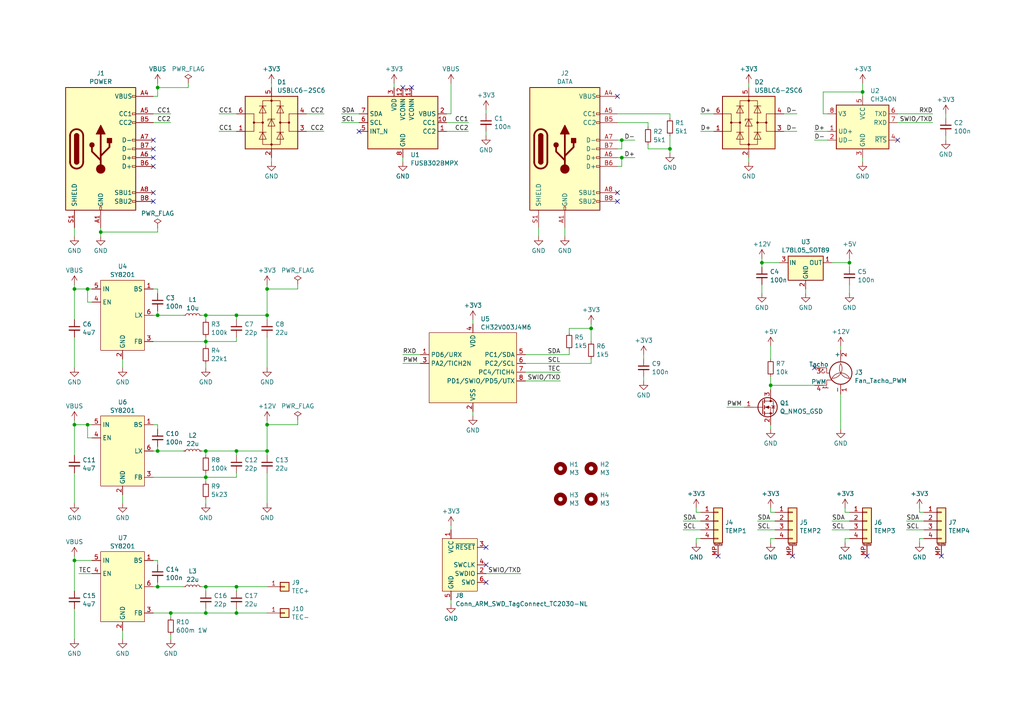
<source format=kicad_sch>
(kicad_sch (version 20230121) (generator eeschema)

  (uuid 84b0bca9-fd3c-4a9f-a2bf-9c45b092216a)

  (paper "A4")

  

  (junction (at 59.69 177.8) (diameter 0) (color 0 0 0 0)
    (uuid 016a9d18-b5cb-477d-948d-778f52fc2301)
  )
  (junction (at 68.58 177.8) (diameter 0) (color 0 0 0 0)
    (uuid 01e9ee72-0fd6-470e-89df-a456ded7e2d2)
  )
  (junction (at 21.59 162.56) (diameter 0) (color 0 0 0 0)
    (uuid 0924a037-f9a1-4815-af92-60d08b4dd33a)
  )
  (junction (at 25.4 83.82) (diameter 0) (color 0 0 0 0)
    (uuid 0a44b648-15ad-45ab-9252-360949e5a844)
  )
  (junction (at 45.72 91.44) (diameter 0) (color 0 0 0 0)
    (uuid 0d65df36-d6e7-4a0b-9eb5-03a923a5e5f7)
  )
  (junction (at 21.59 83.82) (diameter 0) (color 0 0 0 0)
    (uuid 1653e956-2e68-4205-9c46-f0d59255b322)
  )
  (junction (at 77.47 83.82) (diameter 0) (color 0 0 0 0)
    (uuid 1b59135c-c089-49c1-b993-1c6bc3b59d1f)
  )
  (junction (at 59.69 130.81) (diameter 0) (color 0 0 0 0)
    (uuid 1cd67f32-0d66-4971-a6b0-9b92f2aded5d)
  )
  (junction (at 194.31 43.18) (diameter 0) (color 0 0 0 0)
    (uuid 20dd612e-eaf8-4df6-bf10-2e63f097aac8)
  )
  (junction (at 171.45 95.25) (diameter 0) (color 0 0 0 0)
    (uuid 27759834-444b-4e58-99c3-ef01037ef65c)
  )
  (junction (at 223.52 111.76) (diameter 0) (color 0 0 0 0)
    (uuid 40637804-8728-45c5-bc32-e7dfad03fb19)
  )
  (junction (at 59.69 91.44) (diameter 0) (color 0 0 0 0)
    (uuid 40a67db1-d2ba-44b7-a330-82b08ef25333)
  )
  (junction (at 180.34 40.64) (diameter 0) (color 0 0 0 0)
    (uuid 4447c03f-c6d3-41b0-bffc-8efb03e9cad9)
  )
  (junction (at 49.53 177.8) (diameter 0) (color 0 0 0 0)
    (uuid 6adb6402-29fc-48bc-92a2-b127ac256430)
  )
  (junction (at 68.58 170.18) (diameter 0) (color 0 0 0 0)
    (uuid 776422d0-fd24-40f3-ab0b-f03b140e09b3)
  )
  (junction (at 45.72 25.4) (diameter 0) (color 0 0 0 0)
    (uuid 7892cb58-e261-4640-9dff-42231e877a19)
  )
  (junction (at 59.69 138.43) (diameter 0) (color 0 0 0 0)
    (uuid 9538bfd2-f72a-4b17-be2b-aa85231ba87b)
  )
  (junction (at 45.72 170.18) (diameter 0) (color 0 0 0 0)
    (uuid 9b5a8c25-c8eb-4be4-9d19-dfc4d388f636)
  )
  (junction (at 59.69 99.06) (diameter 0) (color 0 0 0 0)
    (uuid a1645df2-d9e2-4751-9692-4a8685170426)
  )
  (junction (at 59.69 170.18) (diameter 0) (color 0 0 0 0)
    (uuid c5219de6-92f5-4e4b-8963-261cfba6fa28)
  )
  (junction (at 77.47 91.44) (diameter 0) (color 0 0 0 0)
    (uuid c9208e1b-84e5-4f11-8bc7-e9d3c7b2d3d3)
  )
  (junction (at 180.34 45.72) (diameter 0) (color 0 0 0 0)
    (uuid d184ee76-f658-450c-a817-7e410266c86b)
  )
  (junction (at 220.98 76.2) (diameter 0) (color 0 0 0 0)
    (uuid d39be044-1a37-45c1-bb55-2de64f229ec0)
  )
  (junction (at 250.19 26.67) (diameter 0) (color 0 0 0 0)
    (uuid d4a54c20-03af-4c72-bc09-73e2bb13cfc8)
  )
  (junction (at 246.38 76.2) (diameter 0) (color 0 0 0 0)
    (uuid d65bc41a-ea39-4e3b-bc0d-addb6c6b6133)
  )
  (junction (at 25.4 123.19) (diameter 0) (color 0 0 0 0)
    (uuid d8acb77e-c82d-422d-a02f-d936814ec019)
  )
  (junction (at 68.58 91.44) (diameter 0) (color 0 0 0 0)
    (uuid e223684b-f0be-4257-9327-1c5f4ee03134)
  )
  (junction (at 21.59 123.19) (diameter 0) (color 0 0 0 0)
    (uuid e77f62d7-e06f-4cf4-bb98-e43775927d7e)
  )
  (junction (at 77.47 130.81) (diameter 0) (color 0 0 0 0)
    (uuid e782f49a-e1e7-4787-8905-02f5b1aec7ca)
  )
  (junction (at 29.21 67.31) (diameter 0) (color 0 0 0 0)
    (uuid e7f7d275-2d34-4b9f-be61-bbe2e83dfd60)
  )
  (junction (at 77.47 123.19) (diameter 0) (color 0 0 0 0)
    (uuid ec9c4e4b-15a3-42e9-b1f0-c105cfa84f81)
  )
  (junction (at 45.72 130.81) (diameter 0) (color 0 0 0 0)
    (uuid ef9fe64d-cf96-49c3-b883-3c6122826fbf)
  )
  (junction (at 68.58 130.81) (diameter 0) (color 0 0 0 0)
    (uuid f8a1d4f9-c16e-446e-9d96-789e9c2fbbe2)
  )

  (no_connect (at 208.28 161.29) (uuid 0679b855-281a-42cb-a3d6-06d23b5d6c95))
  (no_connect (at 44.45 40.64) (uuid 19e7a793-70e9-4938-a353-ff27a27001cf))
  (no_connect (at 260.35 40.64) (uuid 1e4f545b-9d8e-4319-bad1-a4e19864f3f9))
  (no_connect (at 44.45 43.18) (uuid 2e200117-418c-4ba4-869c-a3c2519afb39))
  (no_connect (at 140.97 168.91) (uuid 3915a4fe-af4f-4d5c-b7e0-9c9e5b2483d7))
  (no_connect (at 119.38 25.4) (uuid 3eac5991-d6ed-43ed-a9f9-522df36d082d))
  (no_connect (at 44.45 48.26) (uuid 50228a20-3f3d-42e6-804b-9e8d52e97377))
  (no_connect (at 229.87 161.29) (uuid 5b224a80-46a8-4962-bdbd-ba0e5759a267))
  (no_connect (at 236.22 106.68) (uuid 93e1cb65-4aad-40fa-be46-22f6616abf5f))
  (no_connect (at 44.45 58.42) (uuid 9e229514-73b7-42f9-831d-30773bdbc95e))
  (no_connect (at 44.45 45.72) (uuid a2e8617f-c9c2-415f-9752-bfce3030d1ef))
  (no_connect (at 104.14 38.1) (uuid ba7d07d3-7dae-4f92-886e-c752197a3a35))
  (no_connect (at 140.97 163.83) (uuid c24cb392-9ff8-45bc-a7a5-5a694668d5bf))
  (no_connect (at 273.05 161.29) (uuid c575c095-a253-442b-bb09-40955af7ab43))
  (no_connect (at 251.46 161.29) (uuid d02ff27c-c713-401f-a53c-374cbe5eb776))
  (no_connect (at 140.97 158.75) (uuid d35b71e5-17c6-4311-99e9-13515822b0e7))
  (no_connect (at 44.45 55.88) (uuid d9ae8bbc-a217-4452-913d-8716e254838b))
  (no_connect (at 179.07 55.88) (uuid e5507b15-8089-4db8-b37e-1d54b104cb58))
  (no_connect (at 116.84 25.4) (uuid e6cb2ed0-1008-4705-9a80-c69902544937))
  (no_connect (at 179.07 27.94) (uuid f8195e3b-93b2-421b-adc5-6c845bca26b7))
  (no_connect (at 179.07 58.42) (uuid fd459b8c-2002-4028-b37c-0a0bbdcf0d05))

  (wire (pts (xy 246.38 76.2) (xy 246.38 74.93))
    (stroke (width 0) (type default))
    (uuid 0120826f-5474-47c7-86c3-0f671731a998)
  )
  (wire (pts (xy 203.2 33.02) (xy 207.01 33.02))
    (stroke (width 0) (type default))
    (uuid 030c8597-2771-460a-88a0-2cbb9bb325e4)
  )
  (wire (pts (xy 58.42 130.81) (xy 59.69 130.81))
    (stroke (width 0) (type default))
    (uuid 043ebb42-3505-4018-824c-e6bd94178eb8)
  )
  (wire (pts (xy 186.69 109.22) (xy 186.69 110.49))
    (stroke (width 0) (type default))
    (uuid 04962411-e7ff-43f4-8585-ead663047b0c)
  )
  (wire (pts (xy 44.45 162.56) (xy 45.72 162.56))
    (stroke (width 0) (type default))
    (uuid 04f9f1bf-a6a7-44b3-970c-760591b49d85)
  )
  (wire (pts (xy 171.45 105.41) (xy 171.45 104.14))
    (stroke (width 0) (type default))
    (uuid 051194a1-fd51-4a23-958a-2e163c14d15d)
  )
  (wire (pts (xy 21.59 82.55) (xy 21.59 83.82))
    (stroke (width 0) (type default))
    (uuid 061d2907-a2f3-4614-a37f-b7e9422348f8)
  )
  (wire (pts (xy 44.45 33.02) (xy 49.53 33.02))
    (stroke (width 0) (type default))
    (uuid 065f0820-a9e2-4114-9946-7b1c8bf614b4)
  )
  (wire (pts (xy 68.58 171.45) (xy 68.58 170.18))
    (stroke (width 0) (type default))
    (uuid 06ba7016-1739-4b48-a875-939eb0c8bc37)
  )
  (wire (pts (xy 45.72 91.44) (xy 53.34 91.44))
    (stroke (width 0) (type default))
    (uuid 0b2fc632-49cd-4acc-93b5-f88618ea424a)
  )
  (wire (pts (xy 171.45 95.25) (xy 171.45 99.06))
    (stroke (width 0) (type default))
    (uuid 0d3d3ee2-e9d2-445a-bc56-0567113304b2)
  )
  (wire (pts (xy 68.58 97.79) (xy 68.58 99.06))
    (stroke (width 0) (type default))
    (uuid 0dd8b700-fed2-4a16-90d6-12d1fb3d1378)
  )
  (wire (pts (xy 21.59 83.82) (xy 21.59 92.71))
    (stroke (width 0) (type default))
    (uuid 10876bac-27b3-4d36-b98f-85bd848ea679)
  )
  (wire (pts (xy 250.19 45.72) (xy 250.19 46.99))
    (stroke (width 0) (type default))
    (uuid 10ddc761-8936-477f-8096-a60a95326f3b)
  )
  (wire (pts (xy 29.21 67.31) (xy 45.72 67.31))
    (stroke (width 0) (type default))
    (uuid 110ecc1e-6bb3-4dc3-a953-d688e4b58f37)
  )
  (wire (pts (xy 49.53 184.15) (xy 49.53 185.42))
    (stroke (width 0) (type default))
    (uuid 111cfdf8-1fbf-4e1c-84ad-1f3da928a4a1)
  )
  (wire (pts (xy 140.97 38.1) (xy 140.97 39.37))
    (stroke (width 0) (type default))
    (uuid 11c53557-d9f8-4315-a1a6-ca88f75ee3c3)
  )
  (wire (pts (xy 77.47 82.55) (xy 77.47 83.82))
    (stroke (width 0) (type default))
    (uuid 12079a64-e2ae-46ab-8bc8-bfdddcc5f6d2)
  )
  (wire (pts (xy 45.72 168.91) (xy 45.72 170.18))
    (stroke (width 0) (type default))
    (uuid 120eac29-0e25-4fb2-9862-21c3408ac4a7)
  )
  (wire (pts (xy 78.74 24.13) (xy 78.74 25.4))
    (stroke (width 0) (type default))
    (uuid 12794735-9431-491f-b2f2-175e805ae0b0)
  )
  (wire (pts (xy 45.72 129.54) (xy 45.72 130.81))
    (stroke (width 0) (type default))
    (uuid 12f2122d-bb22-46f1-87aa-756eb9fd033e)
  )
  (wire (pts (xy 219.71 151.13) (xy 224.79 151.13))
    (stroke (width 0) (type default))
    (uuid 131bafa4-8a24-47af-a697-7668ac68618c)
  )
  (wire (pts (xy 63.5 33.02) (xy 68.58 33.02))
    (stroke (width 0) (type default))
    (uuid 155a21b1-f1ba-4029-adf0-8c07623253b5)
  )
  (wire (pts (xy 245.11 147.32) (xy 245.11 148.59))
    (stroke (width 0) (type default))
    (uuid 1a148e16-fa9a-49a9-9f61-116b7aa89c5d)
  )
  (wire (pts (xy 21.59 161.29) (xy 21.59 162.56))
    (stroke (width 0) (type default))
    (uuid 1a67fcb3-a721-437d-8239-d4eecafbae51)
  )
  (wire (pts (xy 238.76 26.67) (xy 250.19 26.67))
    (stroke (width 0) (type default))
    (uuid 1af53326-55bc-4280-82aa-4300bdc2321c)
  )
  (wire (pts (xy 59.69 130.81) (xy 59.69 132.08))
    (stroke (width 0) (type default))
    (uuid 1dad6bcf-09de-4cc5-8921-3da20d120e00)
  )
  (wire (pts (xy 194.31 39.37) (xy 194.31 43.18))
    (stroke (width 0) (type default))
    (uuid 1e92de62-b95e-4bde-bca2-9df868fa61ba)
  )
  (wire (pts (xy 44.45 123.19) (xy 45.72 123.19))
    (stroke (width 0) (type default))
    (uuid 2092d82f-8cea-472d-a0d0-8c8ab6a2400a)
  )
  (wire (pts (xy 25.4 83.82) (xy 26.67 83.82))
    (stroke (width 0) (type default))
    (uuid 21abc58b-0102-4dec-bbb7-6b2b22b91011)
  )
  (wire (pts (xy 179.07 43.18) (xy 180.34 43.18))
    (stroke (width 0) (type default))
    (uuid 21d06421-b4b8-4f7e-95d4-de032971c3d1)
  )
  (wire (pts (xy 68.58 176.53) (xy 68.58 177.8))
    (stroke (width 0) (type default))
    (uuid 24214464-2515-4aaf-a8ef-6ed162ac2c1f)
  )
  (wire (pts (xy 262.89 151.13) (xy 267.97 151.13))
    (stroke (width 0) (type default))
    (uuid 25e8b274-5b0e-4d86-83f1-3569617dc557)
  )
  (wire (pts (xy 59.69 171.45) (xy 59.69 170.18))
    (stroke (width 0) (type default))
    (uuid 27f2b4a5-1aa5-4eb9-8c21-c86b2620547d)
  )
  (wire (pts (xy 163.83 66.04) (xy 163.83 68.58))
    (stroke (width 0) (type default))
    (uuid 29c84f2d-b840-4c02-b338-03bca0ba72b9)
  )
  (wire (pts (xy 227.33 38.1) (xy 231.14 38.1))
    (stroke (width 0) (type default))
    (uuid 2ac88bd9-d8cd-412b-a01a-bc16ce01dc69)
  )
  (wire (pts (xy 21.59 66.04) (xy 21.59 68.58))
    (stroke (width 0) (type default))
    (uuid 2dd90cb6-beef-4e41-87e2-9eab821e084a)
  )
  (wire (pts (xy 77.47 97.79) (xy 77.47 106.68))
    (stroke (width 0) (type default))
    (uuid 2e7574e0-d62a-4db0-9e7b-ef7a79ad71dd)
  )
  (wire (pts (xy 59.69 99.06) (xy 44.45 99.06))
    (stroke (width 0) (type default))
    (uuid 2f6b8caf-2a06-465c-b0c8-7f43665776ac)
  )
  (wire (pts (xy 236.22 38.1) (xy 240.03 38.1))
    (stroke (width 0) (type default))
    (uuid 316703ac-784a-4149-b923-8b5a4391ce2c)
  )
  (wire (pts (xy 223.52 123.19) (xy 223.52 124.46))
    (stroke (width 0) (type default))
    (uuid 319607de-d45f-45e4-9cb0-3ee2ec993bfa)
  )
  (wire (pts (xy 210.82 118.11) (xy 215.9 118.11))
    (stroke (width 0) (type default))
    (uuid 31f9e9fe-54f6-4f91-bf5b-d35c007639e2)
  )
  (wire (pts (xy 179.07 45.72) (xy 180.34 45.72))
    (stroke (width 0) (type default))
    (uuid 32da8bed-fd21-4ce1-a144-6840238ab473)
  )
  (wire (pts (xy 25.4 123.19) (xy 26.67 123.19))
    (stroke (width 0) (type default))
    (uuid 330dd56d-4ce4-4355-8b01-1d932c4c842d)
  )
  (wire (pts (xy 201.93 157.48) (xy 201.93 156.21))
    (stroke (width 0) (type default))
    (uuid 33530b2b-9650-4034-a999-042b712f63a4)
  )
  (wire (pts (xy 194.31 43.18) (xy 194.31 44.45))
    (stroke (width 0) (type default))
    (uuid 388675c9-2085-488b-ac5a-44b3854ece3e)
  )
  (wire (pts (xy 171.45 95.25) (xy 171.45 93.98))
    (stroke (width 0) (type default))
    (uuid 38a04dea-756a-4001-8a8f-11f1a5f0ea0c)
  )
  (wire (pts (xy 187.96 41.91) (xy 187.96 43.18))
    (stroke (width 0) (type default))
    (uuid 3a516245-52fd-43e4-a93d-919be9dc1b64)
  )
  (wire (pts (xy 45.72 90.17) (xy 45.72 91.44))
    (stroke (width 0) (type default))
    (uuid 3aa15cb4-34cb-483f-834f-2e02bd7aa834)
  )
  (wire (pts (xy 220.98 74.93) (xy 220.98 76.2))
    (stroke (width 0) (type default))
    (uuid 3b483c44-afe9-4b45-88c6-dc8fe5981d39)
  )
  (wire (pts (xy 152.4 102.87) (xy 165.1 102.87))
    (stroke (width 0) (type default))
    (uuid 3b62899a-9e2d-4531-bd10-b5bee9cc44e8)
  )
  (wire (pts (xy 68.58 130.81) (xy 59.69 130.81))
    (stroke (width 0) (type default))
    (uuid 3b8653dc-cb69-437b-b2ed-33c4e1095407)
  )
  (wire (pts (xy 59.69 177.8) (xy 49.53 177.8))
    (stroke (width 0) (type default))
    (uuid 3c7b0d6b-9e6e-4099-aa2f-69800c060aba)
  )
  (wire (pts (xy 223.52 111.76) (xy 236.22 111.76))
    (stroke (width 0) (type default))
    (uuid 3cc84d22-ddb2-4ca3-818c-f64d6237886e)
  )
  (wire (pts (xy 201.93 147.32) (xy 201.93 148.59))
    (stroke (width 0) (type default))
    (uuid 3d071ffc-bfbb-472a-bf8b-c22dea116d39)
  )
  (wire (pts (xy 86.36 82.55) (xy 86.36 83.82))
    (stroke (width 0) (type default))
    (uuid 430293fc-c15c-463c-801b-913fe7b1ec14)
  )
  (wire (pts (xy 241.3 76.2) (xy 246.38 76.2))
    (stroke (width 0) (type default))
    (uuid 43a97ec4-55e0-460d-8554-3692ffe9ca0b)
  )
  (wire (pts (xy 21.59 83.82) (xy 25.4 83.82))
    (stroke (width 0) (type default))
    (uuid 440001ff-1e67-4d5d-8f13-5142ba70e29d)
  )
  (wire (pts (xy 233.68 83.82) (xy 233.68 85.09))
    (stroke (width 0) (type default))
    (uuid 4669a339-df83-4f14-a936-da482f010166)
  )
  (wire (pts (xy 45.72 130.81) (xy 53.34 130.81))
    (stroke (width 0) (type default))
    (uuid 470e26b2-a46c-40a3-9958-2e39a9025d65)
  )
  (wire (pts (xy 45.72 27.94) (xy 44.45 27.94))
    (stroke (width 0) (type default))
    (uuid 4a0052b2-c21f-4822-98b1-152f49554037)
  )
  (wire (pts (xy 45.72 170.18) (xy 53.34 170.18))
    (stroke (width 0) (type default))
    (uuid 4be48b31-0924-47eb-b55b-44ba0c2220de)
  )
  (wire (pts (xy 68.58 138.43) (xy 59.69 138.43))
    (stroke (width 0) (type default))
    (uuid 4cd7b427-a2df-4eda-ae02-470174f4adc0)
  )
  (wire (pts (xy 25.4 87.63) (xy 25.4 83.82))
    (stroke (width 0) (type default))
    (uuid 4d1779d5-4e60-4893-8889-046a6cdee179)
  )
  (wire (pts (xy 223.52 157.48) (xy 223.52 156.21))
    (stroke (width 0) (type default))
    (uuid 4d36d930-5034-4f4d-b9d3-3e2a173f0bb6)
  )
  (wire (pts (xy 179.07 48.26) (xy 180.34 48.26))
    (stroke (width 0) (type default))
    (uuid 4ee1c0c2-fa09-4932-b8cb-6e6ce44e6f87)
  )
  (wire (pts (xy 35.56 104.14) (xy 35.56 106.68))
    (stroke (width 0) (type default))
    (uuid 50147f02-8f2b-4bd3-989a-c13f5660c404)
  )
  (wire (pts (xy 116.84 102.87) (xy 121.92 102.87))
    (stroke (width 0) (type default))
    (uuid 51634745-c63d-4da3-9f34-dc587c7b5483)
  )
  (wire (pts (xy 223.52 156.21) (xy 224.79 156.21))
    (stroke (width 0) (type default))
    (uuid 545f9938-ffca-45f6-b020-1e14209d5d1c)
  )
  (wire (pts (xy 130.81 173.99) (xy 130.81 175.26))
    (stroke (width 0) (type default))
    (uuid 552ad1fe-01ff-4be5-841f-269eebca1e05)
  )
  (wire (pts (xy 246.38 82.55) (xy 246.38 85.09))
    (stroke (width 0) (type default))
    (uuid 5538855d-b849-42f4-8de4-d11e476008d4)
  )
  (wire (pts (xy 88.9 33.02) (xy 93.98 33.02))
    (stroke (width 0) (type default))
    (uuid 59018602-b848-4f59-8192-47c765604069)
  )
  (wire (pts (xy 260.35 33.02) (xy 270.51 33.02))
    (stroke (width 0) (type default))
    (uuid 5b550f09-c013-4664-85a6-010fd76802d9)
  )
  (wire (pts (xy 59.69 138.43) (xy 44.45 138.43))
    (stroke (width 0) (type default))
    (uuid 5e9a421a-a5c1-4c9a-9bf2-d231c45485be)
  )
  (wire (pts (xy 99.06 35.56) (xy 104.14 35.56))
    (stroke (width 0) (type default))
    (uuid 5eeb21aa-43ac-4fae-bae1-8399132fa019)
  )
  (wire (pts (xy 152.4 110.49) (xy 162.56 110.49))
    (stroke (width 0) (type default))
    (uuid 5ff336f4-0edd-44f3-9503-185a801fa7ed)
  )
  (wire (pts (xy 21.59 121.92) (xy 21.59 123.19))
    (stroke (width 0) (type default))
    (uuid 602c6d42-37e3-44db-a8bf-7e072affc993)
  )
  (wire (pts (xy 220.98 76.2) (xy 220.98 77.47))
    (stroke (width 0) (type default))
    (uuid 60f748f9-a3ce-46e1-941f-95a3d4ec0067)
  )
  (wire (pts (xy 250.19 26.67) (xy 250.19 27.94))
    (stroke (width 0) (type default))
    (uuid 6200e771-1045-4a15-a496-4852f8ee6568)
  )
  (wire (pts (xy 58.42 91.44) (xy 59.69 91.44))
    (stroke (width 0) (type default))
    (uuid 6327b9ea-666f-40d8-ba37-fab96f591fee)
  )
  (wire (pts (xy 54.61 24.13) (xy 54.61 25.4))
    (stroke (width 0) (type default))
    (uuid 65186cbb-08ce-4343-996f-bc353f4e6993)
  )
  (wire (pts (xy 59.69 176.53) (xy 59.69 177.8))
    (stroke (width 0) (type default))
    (uuid 6711986b-94a4-44cd-8fa7-67d6ab6a4bc1)
  )
  (wire (pts (xy 59.69 138.43) (xy 59.69 139.7))
    (stroke (width 0) (type default))
    (uuid 677d6c0f-9d15-40ac-a2b7-887a06b668cd)
  )
  (wire (pts (xy 59.69 97.79) (xy 59.69 99.06))
    (stroke (width 0) (type default))
    (uuid 6783408e-bcb9-436c-a53a-f567b03cf7d4)
  )
  (wire (pts (xy 243.84 100.33) (xy 243.84 101.6))
    (stroke (width 0) (type default))
    (uuid 6c5d01d2-164d-4d0f-9939-e3157d0520b2)
  )
  (wire (pts (xy 49.53 177.8) (xy 49.53 179.07))
    (stroke (width 0) (type default))
    (uuid 6d7032f5-c9af-4d25-81bd-8274baf2b4fe)
  )
  (wire (pts (xy 220.98 82.55) (xy 220.98 85.09))
    (stroke (width 0) (type default))
    (uuid 6e651914-4e36-4888-bba1-f9963a475333)
  )
  (wire (pts (xy 240.03 33.02) (xy 238.76 33.02))
    (stroke (width 0) (type default))
    (uuid 6e8e4f01-83d3-4c5f-8218-9ecf70f5965e)
  )
  (wire (pts (xy 165.1 96.52) (xy 165.1 95.25))
    (stroke (width 0) (type default))
    (uuid 6f049ea5-9ecf-48ce-88ef-8c11b3a5cfe1)
  )
  (wire (pts (xy 198.12 153.67) (xy 203.2 153.67))
    (stroke (width 0) (type default))
    (uuid 6fa27a34-9f78-4f70-8889-9bd55250c6c6)
  )
  (wire (pts (xy 201.93 156.21) (xy 203.2 156.21))
    (stroke (width 0) (type default))
    (uuid 718f48d3-69c8-4d87-b11e-30713b1f63a3)
  )
  (wire (pts (xy 180.34 43.18) (xy 180.34 40.64))
    (stroke (width 0) (type default))
    (uuid 75c0922b-419f-49e1-ad99-8e0a305fe839)
  )
  (wire (pts (xy 86.36 121.92) (xy 86.36 123.19))
    (stroke (width 0) (type default))
    (uuid 76388913-c189-4fe1-90e1-c3512eece8d2)
  )
  (wire (pts (xy 179.07 33.02) (xy 194.31 33.02))
    (stroke (width 0) (type default))
    (uuid 7642340c-1677-4a44-a128-00e7b79bf2a5)
  )
  (wire (pts (xy 241.3 151.13) (xy 246.38 151.13))
    (stroke (width 0) (type default))
    (uuid 77ca9fe5-6b44-45fc-a69f-8fa2d1e7997b)
  )
  (wire (pts (xy 77.47 83.82) (xy 77.47 91.44))
    (stroke (width 0) (type default))
    (uuid 78f30de4-c172-4c3e-a433-69dcb3729737)
  )
  (wire (pts (xy 223.52 109.22) (xy 223.52 111.76))
    (stroke (width 0) (type default))
    (uuid 7b713403-b39b-42e4-b64c-81a7e0987968)
  )
  (wire (pts (xy 266.7 148.59) (xy 267.97 148.59))
    (stroke (width 0) (type default))
    (uuid 7bb8a8ac-df23-4f8e-a55c-937c25bc8c1d)
  )
  (wire (pts (xy 130.81 24.13) (xy 130.81 33.02))
    (stroke (width 0) (type default))
    (uuid 7c4fa762-eb1a-4e4e-9040-47c010f0959e)
  )
  (wire (pts (xy 68.58 137.16) (xy 68.58 138.43))
    (stroke (width 0) (type default))
    (uuid 7deaaf5e-14ff-42c6-818f-4c67b86d66ff)
  )
  (wire (pts (xy 21.59 123.19) (xy 21.59 132.08))
    (stroke (width 0) (type default))
    (uuid 7dee990f-4bcb-4546-911f-68c11a12df6b)
  )
  (wire (pts (xy 266.7 157.48) (xy 266.7 156.21))
    (stroke (width 0) (type default))
    (uuid 7f7df721-3c81-4187-8b39-daa69479c620)
  )
  (wire (pts (xy 187.96 35.56) (xy 187.96 36.83))
    (stroke (width 0) (type default))
    (uuid 81947cba-9a7b-48cf-80b6-45d60d3a1032)
  )
  (wire (pts (xy 219.71 153.67) (xy 224.79 153.67))
    (stroke (width 0) (type default))
    (uuid 82722e1e-7434-4213-ab33-8ccc6ac2d603)
  )
  (wire (pts (xy 59.69 105.41) (xy 59.69 106.68))
    (stroke (width 0) (type default))
    (uuid 875f6870-c1ec-41d0-a7fc-a0b6f6c94efd)
  )
  (wire (pts (xy 77.47 137.16) (xy 77.47 146.05))
    (stroke (width 0) (type default))
    (uuid 88dd3e7a-bf42-4181-88c3-00d8c7f52086)
  )
  (wire (pts (xy 77.47 123.19) (xy 77.47 130.81))
    (stroke (width 0) (type default))
    (uuid 8a296600-8480-4a39-963b-37efa856c4b4)
  )
  (wire (pts (xy 26.67 127) (xy 25.4 127))
    (stroke (width 0) (type default))
    (uuid 8b118ff5-8c8e-4e4f-8aac-11330b9d65b1)
  )
  (wire (pts (xy 59.69 137.16) (xy 59.69 138.43))
    (stroke (width 0) (type default))
    (uuid 8e1a5bc4-bf68-4a51-a3a5-07ef5e24c3fc)
  )
  (wire (pts (xy 274.32 39.37) (xy 274.32 40.64))
    (stroke (width 0) (type default))
    (uuid 8e8268b8-18fe-4aa5-a9e5-cf5d07b03169)
  )
  (wire (pts (xy 21.59 137.16) (xy 21.59 146.05))
    (stroke (width 0) (type default))
    (uuid 92c2a4a8-b99d-42ae-9ae5-b373fee21ba8)
  )
  (wire (pts (xy 77.47 130.81) (xy 68.58 130.81))
    (stroke (width 0) (type default))
    (uuid 96829a70-964c-4176-a7ab-9098db0e85c9)
  )
  (wire (pts (xy 180.34 45.72) (xy 184.15 45.72))
    (stroke (width 0) (type default))
    (uuid 96d463b9-909d-4869-a897-d98175214e20)
  )
  (wire (pts (xy 156.21 66.04) (xy 156.21 68.58))
    (stroke (width 0) (type default))
    (uuid 9762dedb-1214-4537-8ec0-7b5e999effcd)
  )
  (wire (pts (xy 59.69 91.44) (xy 59.69 92.71))
    (stroke (width 0) (type default))
    (uuid 97dc9621-b6e6-4adf-8f8e-10b838b85e65)
  )
  (wire (pts (xy 130.81 152.4) (xy 130.81 153.67))
    (stroke (width 0) (type default))
    (uuid 98f6d537-0505-499e-9228-4e961bcd84de)
  )
  (wire (pts (xy 21.59 97.79) (xy 21.59 106.68))
    (stroke (width 0) (type default))
    (uuid 9d668472-9001-445e-a4f4-57e3c6595668)
  )
  (wire (pts (xy 45.72 130.81) (xy 44.45 130.81))
    (stroke (width 0) (type default))
    (uuid 9e554394-8137-46bd-a574-0ce5dc1ac988)
  )
  (wire (pts (xy 198.12 151.13) (xy 203.2 151.13))
    (stroke (width 0) (type default))
    (uuid 9fb272e3-ace1-483b-9045-5cba72e70f33)
  )
  (wire (pts (xy 137.16 119.38) (xy 137.16 120.65))
    (stroke (width 0) (type default))
    (uuid a05f9c38-d8a0-4e3a-b4c8-9b1219a3ce68)
  )
  (wire (pts (xy 116.84 45.72) (xy 116.84 46.99))
    (stroke (width 0) (type default))
    (uuid a133a53b-a7cd-4eb2-ad7b-159abfc51fea)
  )
  (wire (pts (xy 274.32 33.02) (xy 274.32 34.29))
    (stroke (width 0) (type default))
    (uuid a1976744-f995-4710-9edb-68fe78cb4056)
  )
  (wire (pts (xy 266.7 147.32) (xy 266.7 148.59))
    (stroke (width 0) (type default))
    (uuid a3b8c392-dde8-45e2-ac15-1902ac73f893)
  )
  (wire (pts (xy 140.97 31.75) (xy 140.97 33.02))
    (stroke (width 0) (type default))
    (uuid a4ee29c9-04a3-457f-ba7e-83f37ed878ed)
  )
  (wire (pts (xy 165.1 95.25) (xy 171.45 95.25))
    (stroke (width 0) (type default))
    (uuid a55b7ffa-2caa-4098-9527-ccc48bbcaa4c)
  )
  (wire (pts (xy 78.74 45.72) (xy 78.74 46.99))
    (stroke (width 0) (type default))
    (uuid a6ec35ae-d3d4-4f71-b924-3972c308231f)
  )
  (wire (pts (xy 220.98 76.2) (xy 226.06 76.2))
    (stroke (width 0) (type default))
    (uuid a82e54a9-fe66-44dc-8a9d-a0fa9298b185)
  )
  (wire (pts (xy 227.33 33.02) (xy 231.14 33.02))
    (stroke (width 0) (type default))
    (uuid a9c23225-72dc-42ea-9ec2-bb7ace4d4161)
  )
  (wire (pts (xy 179.07 35.56) (xy 187.96 35.56))
    (stroke (width 0) (type default))
    (uuid ab606700-d5e9-415c-b2b7-b7adf7bad2f0)
  )
  (wire (pts (xy 238.76 33.02) (xy 238.76 26.67))
    (stroke (width 0) (type default))
    (uuid abf2258d-b423-412d-a436-8b7c4850bc3a)
  )
  (wire (pts (xy 25.4 127) (xy 25.4 123.19))
    (stroke (width 0) (type default))
    (uuid ac0365c5-ffc6-42c1-ba74-ef740299c306)
  )
  (wire (pts (xy 140.97 166.37) (xy 151.13 166.37))
    (stroke (width 0) (type default))
    (uuid ac704dd6-d483-4a88-8cb8-34b1f69059ee)
  )
  (wire (pts (xy 245.11 157.48) (xy 245.11 156.21))
    (stroke (width 0) (type default))
    (uuid ad654ace-0386-4801-93fb-37dfd1e57775)
  )
  (wire (pts (xy 152.4 105.41) (xy 171.45 105.41))
    (stroke (width 0) (type default))
    (uuid ada3fdfe-3d43-478f-a75a-bd5dc0858c18)
  )
  (wire (pts (xy 68.58 99.06) (xy 59.69 99.06))
    (stroke (width 0) (type default))
    (uuid aec84e47-3380-41b8-b056-dc7b919d99b7)
  )
  (wire (pts (xy 217.17 45.72) (xy 217.17 46.99))
    (stroke (width 0) (type default))
    (uuid b0720732-13fb-458c-80f0-bc44175b582f)
  )
  (wire (pts (xy 49.53 177.8) (xy 44.45 177.8))
    (stroke (width 0) (type default))
    (uuid b30e27ec-7b26-401d-b3f2-79c4c4cbab39)
  )
  (wire (pts (xy 68.58 92.71) (xy 68.58 91.44))
    (stroke (width 0) (type default))
    (uuid b3b3bf83-4cb3-4fdb-a11b-6df8b1621392)
  )
  (wire (pts (xy 77.47 132.08) (xy 77.47 130.81))
    (stroke (width 0) (type default))
    (uuid b3fa95e5-5c03-4721-9207-0512d1ab5f15)
  )
  (wire (pts (xy 245.11 156.21) (xy 246.38 156.21))
    (stroke (width 0) (type default))
    (uuid b44f9820-aec9-4940-b7ec-c79ff9923be7)
  )
  (wire (pts (xy 77.47 83.82) (xy 86.36 83.82))
    (stroke (width 0) (type default))
    (uuid b5a7e237-8670-4af7-b6ca-5499ed04f935)
  )
  (wire (pts (xy 59.69 99.06) (xy 59.69 100.33))
    (stroke (width 0) (type default))
    (uuid b5c4f0d2-4808-40ab-bcc9-6a861aee306e)
  )
  (wire (pts (xy 68.58 170.18) (xy 59.69 170.18))
    (stroke (width 0) (type default))
    (uuid b8ee8b3c-afe1-4a2a-8909-f00f593af9f5)
  )
  (wire (pts (xy 45.72 162.56) (xy 45.72 163.83))
    (stroke (width 0) (type default))
    (uuid bd7ee4a6-0808-447b-aebc-821251c77497)
  )
  (wire (pts (xy 243.84 114.3) (xy 243.84 124.46))
    (stroke (width 0) (type default))
    (uuid bdb5284a-3965-4aa5-aad9-38836b5cf03f)
  )
  (wire (pts (xy 45.72 66.04) (xy 45.72 67.31))
    (stroke (width 0) (type default))
    (uuid c0f83583-0081-4be9-bd48-caab4efa635b)
  )
  (wire (pts (xy 241.3 153.67) (xy 246.38 153.67))
    (stroke (width 0) (type default))
    (uuid c1a9cdb6-99cd-461a-a5e5-3965bd7d0f1e)
  )
  (wire (pts (xy 29.21 66.04) (xy 29.21 67.31))
    (stroke (width 0) (type default))
    (uuid c1bff2bf-29d4-4cc2-be4b-c7c594960597)
  )
  (wire (pts (xy 223.52 100.33) (xy 223.52 104.14))
    (stroke (width 0) (type default))
    (uuid c1f8fdfe-824a-415a-9b30-332e7de15135)
  )
  (wire (pts (xy 152.4 107.95) (xy 162.56 107.95))
    (stroke (width 0) (type default))
    (uuid c28f1d71-a3ae-42b0-b9ab-e79f22d3ed43)
  )
  (wire (pts (xy 187.96 43.18) (xy 194.31 43.18))
    (stroke (width 0) (type default))
    (uuid c2b7e4a9-c194-4de3-91a3-5d3ca5ae7ca2)
  )
  (wire (pts (xy 99.06 33.02) (xy 104.14 33.02))
    (stroke (width 0) (type default))
    (uuid c2bb8f7e-be5b-489c-8657-70e47cdfc850)
  )
  (wire (pts (xy 21.59 162.56) (xy 21.59 171.45))
    (stroke (width 0) (type default))
    (uuid c49f3cd7-ea3f-4c23-9c68-a6304b06ed8b)
  )
  (wire (pts (xy 77.47 92.71) (xy 77.47 91.44))
    (stroke (width 0) (type default))
    (uuid c57b151e-e635-4854-ac54-5bfa39925f49)
  )
  (wire (pts (xy 35.56 143.51) (xy 35.56 146.05))
    (stroke (width 0) (type default))
    (uuid c634085a-e66c-4ef4-b23f-5bd554140837)
  )
  (wire (pts (xy 21.59 176.53) (xy 21.59 185.42))
    (stroke (width 0) (type default))
    (uuid c7399064-b304-4503-af6e-4dd248483272)
  )
  (wire (pts (xy 44.45 35.56) (xy 49.53 35.56))
    (stroke (width 0) (type default))
    (uuid c7857dca-e526-4124-9068-5b710799e4a5)
  )
  (wire (pts (xy 201.93 148.59) (xy 203.2 148.59))
    (stroke (width 0) (type default))
    (uuid c8682464-3970-4437-ae10-807d38cedaa7)
  )
  (wire (pts (xy 21.59 123.19) (xy 25.4 123.19))
    (stroke (width 0) (type default))
    (uuid c882f130-9405-4bc4-bb34-b48cf57da12e)
  )
  (wire (pts (xy 77.47 121.92) (xy 77.47 123.19))
    (stroke (width 0) (type default))
    (uuid c9de1c01-1b64-4e5f-a1ef-903a3a23d1ad)
  )
  (wire (pts (xy 68.58 132.08) (xy 68.58 130.81))
    (stroke (width 0) (type default))
    (uuid cbbad454-d173-46bb-82eb-71725d9b4c9a)
  )
  (wire (pts (xy 180.34 48.26) (xy 180.34 45.72))
    (stroke (width 0) (type default))
    (uuid cdb9be26-3949-401e-aa7d-67135959afdb)
  )
  (wire (pts (xy 86.36 123.19) (xy 77.47 123.19))
    (stroke (width 0) (type default))
    (uuid cdefb499-90c4-46dd-9c9c-b322280f5dc0)
  )
  (wire (pts (xy 45.72 91.44) (xy 44.45 91.44))
    (stroke (width 0) (type default))
    (uuid d04f111b-d5e6-4d88-af5c-7e8c36ec025b)
  )
  (wire (pts (xy 45.72 24.13) (xy 45.72 25.4))
    (stroke (width 0) (type default))
    (uuid d1297870-d75e-4ddd-9ccd-274bff599d65)
  )
  (wire (pts (xy 165.1 102.87) (xy 165.1 101.6))
    (stroke (width 0) (type default))
    (uuid d214df5b-2322-4f44-953d-998246ad4610)
  )
  (wire (pts (xy 54.61 25.4) (xy 45.72 25.4))
    (stroke (width 0) (type default))
    (uuid d2192255-8531-43d6-83d4-22340971fff2)
  )
  (wire (pts (xy 179.07 40.64) (xy 180.34 40.64))
    (stroke (width 0) (type default))
    (uuid d283f966-a249-417a-8eac-4995b6acfc16)
  )
  (wire (pts (xy 114.3 24.13) (xy 114.3 25.4))
    (stroke (width 0) (type default))
    (uuid d2a92e0d-8d24-4adf-ad0c-fe17cae7faf3)
  )
  (wire (pts (xy 26.67 87.63) (xy 25.4 87.63))
    (stroke (width 0) (type default))
    (uuid d2d0aecc-e934-4835-84c8-73ca6f58cc50)
  )
  (wire (pts (xy 68.58 177.8) (xy 59.69 177.8))
    (stroke (width 0) (type default))
    (uuid d3315920-f0d2-4a73-9cfd-db6eff2a452d)
  )
  (wire (pts (xy 35.56 182.88) (xy 35.56 185.42))
    (stroke (width 0) (type default))
    (uuid d5d2d635-7e8d-4e0c-af22-a2b11db90d0a)
  )
  (wire (pts (xy 45.72 83.82) (xy 45.72 85.09))
    (stroke (width 0) (type default))
    (uuid d71532f8-705b-4376-8f89-98aba4945993)
  )
  (wire (pts (xy 186.69 102.87) (xy 186.69 104.14))
    (stroke (width 0) (type default))
    (uuid d72d9cef-1c53-4edd-9a1a-28f46930ad25)
  )
  (wire (pts (xy 262.89 153.67) (xy 267.97 153.67))
    (stroke (width 0) (type default))
    (uuid d9351d92-4a48-41fa-b433-007e9f6242c2)
  )
  (wire (pts (xy 130.81 33.02) (xy 129.54 33.02))
    (stroke (width 0) (type default))
    (uuid d9585a17-20c9-47ff-92a6-93b6249b3773)
  )
  (wire (pts (xy 59.69 144.78) (xy 59.69 146.05))
    (stroke (width 0) (type default))
    (uuid da3d00ca-8762-40d1-8339-f86f7ed9338a)
  )
  (wire (pts (xy 137.16 92.71) (xy 137.16 93.98))
    (stroke (width 0) (type default))
    (uuid daf937dc-4235-4cf8-aaf5-08ff4ebefc28)
  )
  (wire (pts (xy 68.58 91.44) (xy 59.69 91.44))
    (stroke (width 0) (type default))
    (uuid dbf91c87-a0ce-4dbf-b4e7-3f2f566a7366)
  )
  (wire (pts (xy 77.47 91.44) (xy 68.58 91.44))
    (stroke (width 0) (type default))
    (uuid de7be51a-a804-4acf-b4a7-27467025495b)
  )
  (wire (pts (xy 29.21 67.31) (xy 29.21 68.58))
    (stroke (width 0) (type default))
    (uuid df7be507-4ee6-4a2c-82e0-eefaa6c0d500)
  )
  (wire (pts (xy 116.84 105.41) (xy 121.92 105.41))
    (stroke (width 0) (type default))
    (uuid e0f87199-1652-4d69-b065-dabcffd08218)
  )
  (wire (pts (xy 223.52 147.32) (xy 223.52 148.59))
    (stroke (width 0) (type default))
    (uuid e1b1cbf6-5c64-464b-9577-063db9bdae9c)
  )
  (wire (pts (xy 180.34 40.64) (xy 184.15 40.64))
    (stroke (width 0) (type default))
    (uuid e1d1d07a-b920-49a5-8650-4f2346b9d0c6)
  )
  (wire (pts (xy 266.7 156.21) (xy 267.97 156.21))
    (stroke (width 0) (type default))
    (uuid e1df3d03-e0b3-4def-a789-6ffe3ea1166b)
  )
  (wire (pts (xy 88.9 38.1) (xy 93.98 38.1))
    (stroke (width 0) (type default))
    (uuid e23a7245-d8fd-4e5e-932e-65d8f8d0be8f)
  )
  (wire (pts (xy 260.35 35.56) (xy 270.51 35.56))
    (stroke (width 0) (type default))
    (uuid e3c8ec5f-61a9-4230-b507-96547a930644)
  )
  (wire (pts (xy 44.45 83.82) (xy 45.72 83.82))
    (stroke (width 0) (type default))
    (uuid e40fe1a9-c224-4339-8d91-145a9a609991)
  )
  (wire (pts (xy 129.54 38.1) (xy 135.89 38.1))
    (stroke (width 0) (type default))
    (uuid e5417164-8f66-48cd-900a-4d7bb3dd28db)
  )
  (wire (pts (xy 22.86 166.37) (xy 26.67 166.37))
    (stroke (width 0) (type default))
    (uuid e695bb34-4c65-4f60-9a53-9cb375de6a93)
  )
  (wire (pts (xy 217.17 24.13) (xy 217.17 25.4))
    (stroke (width 0) (type default))
    (uuid e6b2b436-81f3-42a6-be09-57841d88c624)
  )
  (wire (pts (xy 236.22 40.64) (xy 240.03 40.64))
    (stroke (width 0) (type default))
    (uuid e7ff387f-90a6-4644-9854-bb8860671a50)
  )
  (wire (pts (xy 45.72 170.18) (xy 44.45 170.18))
    (stroke (width 0) (type default))
    (uuid e9263a74-adf6-41d0-87a5-a0431965d2c4)
  )
  (wire (pts (xy 223.52 111.76) (xy 223.52 113.03))
    (stroke (width 0) (type default))
    (uuid eb2c339c-c4a3-4b10-ace3-9e98c2d4f821)
  )
  (wire (pts (xy 129.54 35.56) (xy 135.89 35.56))
    (stroke (width 0) (type default))
    (uuid eb68e0a1-8a9b-49f1-8e78-4bcd918b638b)
  )
  (wire (pts (xy 250.19 24.13) (xy 250.19 26.67))
    (stroke (width 0) (type default))
    (uuid ec10c613-cf72-4801-8810-a63b944b2df8)
  )
  (wire (pts (xy 194.31 33.02) (xy 194.31 34.29))
    (stroke (width 0) (type default))
    (uuid ed4ee092-50bc-4fea-b05e-068e926e07f9)
  )
  (wire (pts (xy 68.58 170.18) (xy 77.47 170.18))
    (stroke (width 0) (type default))
    (uuid edabc69b-96c4-447e-b9d1-12087cb2e325)
  )
  (wire (pts (xy 68.58 177.8) (xy 77.47 177.8))
    (stroke (width 0) (type default))
    (uuid f3e984c8-cbb6-4b28-bd16-354a1daf25da)
  )
  (wire (pts (xy 203.2 38.1) (xy 207.01 38.1))
    (stroke (width 0) (type default))
    (uuid f8d956af-7f2e-4799-b826-c83d55820d99)
  )
  (wire (pts (xy 63.5 38.1) (xy 68.58 38.1))
    (stroke (width 0) (type default))
    (uuid f96357f1-2634-4d13-92c3-615f9504b273)
  )
  (wire (pts (xy 45.72 25.4) (xy 45.72 27.94))
    (stroke (width 0) (type default))
    (uuid fb365658-e6b2-40a1-aab0-52f01a1394bd)
  )
  (wire (pts (xy 246.38 76.2) (xy 246.38 77.47))
    (stroke (width 0) (type default))
    (uuid fb82a1c9-b965-40d4-8d9c-a2208f6edf35)
  )
  (wire (pts (xy 59.69 170.18) (xy 58.42 170.18))
    (stroke (width 0) (type default))
    (uuid fbd0fb11-b47b-43b3-87cf-233aff2a7c57)
  )
  (wire (pts (xy 21.59 162.56) (xy 26.67 162.56))
    (stroke (width 0) (type default))
    (uuid fc58a90b-7e8a-43f6-9b5c-3790395df7aa)
  )
  (wire (pts (xy 223.52 148.59) (xy 224.79 148.59))
    (stroke (width 0) (type default))
    (uuid fdccfc44-4c0f-48e5-858a-7d1a4ff8121b)
  )
  (wire (pts (xy 245.11 148.59) (xy 246.38 148.59))
    (stroke (width 0) (type default))
    (uuid fe54a2b1-fc17-41f2-a75d-72e6dae07146)
  )
  (wire (pts (xy 45.72 123.19) (xy 45.72 124.46))
    (stroke (width 0) (type default))
    (uuid fec6f64c-478c-49ae-8a5f-10d95b7a73da)
  )

  (label "D+" (at 203.2 38.1 0) (fields_autoplaced)
    (effects (font (size 1.27 1.27)) (justify left bottom))
    (uuid 0bc6070b-40e1-426c-8c4f-ecd8b0b5d556)
  )
  (label "D+" (at 184.15 45.72 180) (fields_autoplaced)
    (effects (font (size 1.27 1.27)) (justify right bottom))
    (uuid 1618fc23-e7ff-47ab-8f7e-235bba9e7ed1)
  )
  (label "SCL" (at 262.89 153.67 0) (fields_autoplaced)
    (effects (font (size 1.27 1.27)) (justify left bottom))
    (uuid 25e7f489-6080-4ab2-8fa4-c3fcd05e2cc0)
  )
  (label "SWIO{slash}TXD" (at 151.13 166.37 180) (fields_autoplaced)
    (effects (font (size 1.27 1.27)) (justify right bottom))
    (uuid 2fa1da28-45c9-43e4-9571-a62b571dec90)
  )
  (label "SDA" (at 162.56 102.87 180) (fields_autoplaced)
    (effects (font (size 1.27 1.27)) (justify right bottom))
    (uuid 37955691-48d8-415c-aeb8-37871ac87cbb)
  )
  (label "RXD" (at 116.84 102.87 0) (fields_autoplaced)
    (effects (font (size 1.27 1.27)) (justify left bottom))
    (uuid 3abf6e43-d75a-4195-9dcb-07251aaeb4c6)
  )
  (label "TEC" (at 162.56 107.95 180) (fields_autoplaced)
    (effects (font (size 1.27 1.27)) (justify right bottom))
    (uuid 3fe3eaa5-a935-44a9-abd0-d12515e9400e)
  )
  (label "SWIO{slash}TXD" (at 270.51 35.56 180) (fields_autoplaced)
    (effects (font (size 1.27 1.27)) (justify right bottom))
    (uuid 43f71c24-1080-456c-8689-6445646687f1)
  )
  (label "D+" (at 236.22 38.1 0) (fields_autoplaced)
    (effects (font (size 1.27 1.27)) (justify left bottom))
    (uuid 4675ce86-29ae-4430-982e-ff9b922386fb)
  )
  (label "CC1" (at 135.89 35.56 180) (fields_autoplaced)
    (effects (font (size 1.27 1.27)) (justify right bottom))
    (uuid 4ab9fa3f-d99c-42e3-8e60-d85232aa6d63)
  )
  (label "CC2" (at 93.98 38.1 180) (fields_autoplaced)
    (effects (font (size 1.27 1.27)) (justify right bottom))
    (uuid 4cb830a1-cb24-4f4d-aad7-76b6761193aa)
  )
  (label "CC2" (at 93.98 33.02 180) (fields_autoplaced)
    (effects (font (size 1.27 1.27)) (justify right bottom))
    (uuid 53453209-ecd0-41db-b741-a31e5119fb38)
  )
  (label "CC1" (at 63.5 38.1 0) (fields_autoplaced)
    (effects (font (size 1.27 1.27)) (justify left bottom))
    (uuid 535ec745-32c6-45a2-bb38-d4adeda40d16)
  )
  (label "SDA" (at 99.06 33.02 0) (fields_autoplaced)
    (effects (font (size 1.27 1.27)) (justify left bottom))
    (uuid 5fad4137-6671-4bf6-b7a7-2c8790de6794)
  )
  (label "D-" (at 236.22 40.64 0) (fields_autoplaced)
    (effects (font (size 1.27 1.27)) (justify left bottom))
    (uuid 6145b6aa-5444-4b64-b0e7-80aa53afa3e4)
  )
  (label "CC1" (at 63.5 33.02 0) (fields_autoplaced)
    (effects (font (size 1.27 1.27)) (justify left bottom))
    (uuid 725f8adb-b320-463a-a5f0-db4565a1af24)
  )
  (label "SWIO{slash}TXD" (at 162.56 110.49 180) (fields_autoplaced)
    (effects (font (size 1.27 1.27)) (justify right bottom))
    (uuid 7277665f-d811-4979-b8fe-b9e07abbc416)
  )
  (label "SDA" (at 219.71 151.13 0) (fields_autoplaced)
    (effects (font (size 1.27 1.27)) (justify left bottom))
    (uuid 72d654f9-143c-4300-b0d7-6cb111443dc8)
  )
  (label "SDA" (at 241.3 151.13 0) (fields_autoplaced)
    (effects (font (size 1.27 1.27)) (justify left bottom))
    (uuid 812e846f-ccff-4e69-af7c-8cc39f24f4ff)
  )
  (label "SDA" (at 198.12 151.13 0) (fields_autoplaced)
    (effects (font (size 1.27 1.27)) (justify left bottom))
    (uuid 837436e0-6c35-4b39-9fea-77350760da28)
  )
  (label "D-" (at 184.15 40.64 180) (fields_autoplaced)
    (effects (font (size 1.27 1.27)) (justify right bottom))
    (uuid 85ed906b-0010-4902-aa18-1b841312861a)
  )
  (label "PWM" (at 116.84 105.41 0) (fields_autoplaced)
    (effects (font (size 1.27 1.27)) (justify left bottom))
    (uuid 964d9b5b-b4fd-435e-9b43-2ce403c1b110)
  )
  (label "SCL" (at 219.71 153.67 0) (fields_autoplaced)
    (effects (font (size 1.27 1.27)) (justify left bottom))
    (uuid a05532f8-63f0-4c24-99da-e3a16bc1236d)
  )
  (label "D+" (at 203.2 33.02 0) (fields_autoplaced)
    (effects (font (size 1.27 1.27)) (justify left bottom))
    (uuid ac32263a-63b1-4e9e-8aa3-3363380986e5)
  )
  (label "SCL" (at 198.12 153.67 0) (fields_autoplaced)
    (effects (font (size 1.27 1.27)) (justify left bottom))
    (uuid b7cce91e-b906-4e59-a5ba-a461d3f98a5f)
  )
  (label "D-" (at 231.14 38.1 180) (fields_autoplaced)
    (effects (font (size 1.27 1.27)) (justify right bottom))
    (uuid c171e2f7-f2c6-47c7-a5e6-65c84ae241b1)
  )
  (label "SCL" (at 241.3 153.67 0) (fields_autoplaced)
    (effects (font (size 1.27 1.27)) (justify left bottom))
    (uuid c72022e3-1b68-40b3-91b6-548994ed9b43)
  )
  (label "SCL" (at 99.06 35.56 0) (fields_autoplaced)
    (effects (font (size 1.27 1.27)) (justify left bottom))
    (uuid ce3ce07a-2f24-42d9-bd49-2b6734f837f1)
  )
  (label "RXD" (at 270.51 33.02 180) (fields_autoplaced)
    (effects (font (size 1.27 1.27)) (justify right bottom))
    (uuid d1178b7a-88c9-42a7-95f5-54af6bdb276b)
  )
  (label "CC2" (at 49.53 35.56 180) (fields_autoplaced)
    (effects (font (size 1.27 1.27)) (justify right bottom))
    (uuid d469c569-ba4f-44b9-87c6-b6474251c128)
  )
  (label "SCL" (at 162.56 105.41 180) (fields_autoplaced)
    (effects (font (size 1.27 1.27)) (justify right bottom))
    (uuid dd39f7be-a640-4a26-90b8-dd925ddd94e5)
  )
  (label "D-" (at 231.14 33.02 180) (fields_autoplaced)
    (effects (font (size 1.27 1.27)) (justify right bottom))
    (uuid e52bf8d7-eb03-4523-934c-57aef8fdb43a)
  )
  (label "CC1" (at 49.53 33.02 180) (fields_autoplaced)
    (effects (font (size 1.27 1.27)) (justify right bottom))
    (uuid e7ec2ec4-e92f-4e3f-8f79-48c121a19e48)
  )
  (label "PWM" (at 210.82 118.11 0) (fields_autoplaced)
    (effects (font (size 1.27 1.27)) (justify left bottom))
    (uuid e7fcb260-6c8a-41c0-ac41-4ca4d618ceeb)
  )
  (label "TEC" (at 22.86 166.37 0) (fields_autoplaced)
    (effects (font (size 1.27 1.27)) (justify left bottom))
    (uuid eafe3e4b-c545-4820-8930-ea71a7ae71c3)
  )
  (label "CC2" (at 135.89 38.1 180) (fields_autoplaced)
    (effects (font (size 1.27 1.27)) (justify right bottom))
    (uuid f35719c8-bc73-46c5-b7bc-d07e6c5f446d)
  )
  (label "SDA" (at 262.89 151.13 0) (fields_autoplaced)
    (effects (font (size 1.27 1.27)) (justify left bottom))
    (uuid f6204e3d-86b8-4e41-91d1-a35032be115a)
  )

  (symbol (lib_id "Connector_Generic_MountingPin:Conn_01x04_MountingPin") (at 251.46 151.13 0) (unit 1)
    (in_bom yes) (on_board yes) (dnp no) (fields_autoplaced)
    (uuid 0237512b-3fe0-457c-83f2-ae0f10671353)
    (property "Reference" "J6" (at 253.492 151.5435 0)
      (effects (font (size 1.27 1.27)) (justify left))
    )
    (property "Value" "TEMP3" (at 253.492 153.9677 0)
      (effects (font (size 1.27 1.27)) (justify left))
    )
    (property "Footprint" "fosmometer:Jushuo_AFC01-S04FCx-00_1x04-1MP_P0.50mm_Horizontal" (at 251.46 151.13 0)
      (effects (font (size 1.27 1.27)) hide)
    )
    (property "Datasheet" "~" (at 251.46 151.13 0)
      (effects (font (size 1.27 1.27)) hide)
    )
    (pin "4" (uuid 5a3993c6-485d-4b4e-82e6-2bb7f7c7d4fc))
    (pin "3" (uuid 50587a8b-5ecf-46d2-b10e-9be2b563e786))
    (pin "1" (uuid 5426f0f7-05c8-4d3c-93f8-52e8cf307d25))
    (pin "2" (uuid c5330766-3161-44af-803e-2b70f519fdd0))
    (pin "MP" (uuid 93c3a826-8cac-4f14-a1ae-d56a41c47eaa))
    (instances
      (project "fosmometer"
        (path "/84b0bca9-fd3c-4a9f-a2bf-9c45b092216a"
          (reference "J6") (unit 1)
        )
      )
    )
  )

  (symbol (lib_id "power:PWR_FLAG") (at 86.36 82.55 0) (unit 1)
    (in_bom yes) (on_board yes) (dnp no) (fields_autoplaced)
    (uuid 046a7d92-9f4e-4a82-8bd3-23bd7f739841)
    (property "Reference" "#FLG03" (at 86.36 80.645 0)
      (effects (font (size 1.27 1.27)) hide)
    )
    (property "Value" "PWR_FLAG" (at 86.36 78.4169 0)
      (effects (font (size 1.27 1.27)))
    )
    (property "Footprint" "" (at 86.36 82.55 0)
      (effects (font (size 1.27 1.27)) hide)
    )
    (property "Datasheet" "~" (at 86.36 82.55 0)
      (effects (font (size 1.27 1.27)) hide)
    )
    (pin "1" (uuid 24bccea4-fc8b-4ff0-9728-804be8fb710b))
    (instances
      (project "fosmometer"
        (path "/84b0bca9-fd3c-4a9f-a2bf-9c45b092216a"
          (reference "#FLG03") (unit 1)
        )
      )
    )
  )

  (symbol (lib_id "Device:R_Small") (at 59.69 102.87 0) (unit 1)
    (in_bom yes) (on_board yes) (dnp no) (fields_autoplaced)
    (uuid 080947d6-f83a-4c2d-aaea-0403f3b376b7)
    (property "Reference" "R4" (at 61.1886 101.6579 0)
      (effects (font (size 1.27 1.27)) (justify left))
    )
    (property "Value" "22k1" (at 61.1886 104.0821 0)
      (effects (font (size 1.27 1.27)) (justify left))
    )
    (property "Footprint" "Resistor_SMD:R_0402_1005Metric" (at 59.69 102.87 0)
      (effects (font (size 1.27 1.27)) hide)
    )
    (property "Datasheet" "~" (at 59.69 102.87 0)
      (effects (font (size 1.27 1.27)) hide)
    )
    (pin "1" (uuid 7735a024-3b55-45a5-848c-99f718f641e0))
    (pin "2" (uuid 7abaf433-6d50-48a2-9aee-9339161d1eb7))
    (instances
      (project "fosmometer"
        (path "/84b0bca9-fd3c-4a9f-a2bf-9c45b092216a"
          (reference "R4") (unit 1)
        )
      )
    )
  )

  (symbol (lib_id "Device:Q_NMOS_GSD") (at 220.98 118.11 0) (unit 1)
    (in_bom yes) (on_board yes) (dnp no) (fields_autoplaced)
    (uuid 0839473b-e988-43ba-9b98-3c20dd79a1e3)
    (property "Reference" "Q1" (at 226.187 116.8979 0)
      (effects (font (size 1.27 1.27)) (justify left))
    )
    (property "Value" "Q_NMOS_GSD" (at 226.187 119.3221 0)
      (effects (font (size 1.27 1.27)) (justify left))
    )
    (property "Footprint" "Package_TO_SOT_SMD:SOT-23" (at 226.06 115.57 0)
      (effects (font (size 1.27 1.27)) hide)
    )
    (property "Datasheet" "~" (at 220.98 118.11 0)
      (effects (font (size 1.27 1.27)) hide)
    )
    (pin "1" (uuid 2beb4812-6612-4d16-ab52-f719aed3f21e))
    (pin "3" (uuid 2c881c5c-880f-4a50-806e-4a5baf1ac091))
    (pin "2" (uuid 89666f48-8ef9-4673-99dd-116c046f7fef))
    (instances
      (project "fosmometer"
        (path "/84b0bca9-fd3c-4a9f-a2bf-9c45b092216a"
          (reference "Q1") (unit 1)
        )
      )
    )
  )

  (symbol (lib_id "Connector_Generic:Conn_01x01") (at 82.55 177.8 0) (unit 1)
    (in_bom yes) (on_board yes) (dnp no) (fields_autoplaced)
    (uuid 0c867f8c-9bd6-4dd3-8501-fd0323acdc36)
    (property "Reference" "J10" (at 84.582 176.5879 0)
      (effects (font (size 1.27 1.27)) (justify left))
    )
    (property "Value" "TEC-" (at 84.582 179.0121 0)
      (effects (font (size 1.27 1.27)) (justify left))
    )
    (property "Footprint" "fosmometer:Pad_1x01_SMD_2x5mm" (at 82.55 177.8 0)
      (effects (font (size 1.27 1.27)) hide)
    )
    (property "Datasheet" "~" (at 82.55 177.8 0)
      (effects (font (size 1.27 1.27)) hide)
    )
    (pin "1" (uuid 82b2030c-3fa8-4bd4-86c8-6b95159fe079))
    (instances
      (project "fosmometer"
        (path "/84b0bca9-fd3c-4a9f-a2bf-9c45b092216a"
          (reference "J10") (unit 1)
        )
      )
    )
  )

  (symbol (lib_id "power:+3V3") (at 223.52 147.32 0) (unit 1)
    (in_bom yes) (on_board yes) (dnp no) (fields_autoplaced)
    (uuid 0fe2d986-8f2e-440a-9483-e917d871fbe4)
    (property "Reference" "#PWR047" (at 223.52 151.13 0)
      (effects (font (size 1.27 1.27)) hide)
    )
    (property "Value" "+3V3" (at 223.52 143.1869 0)
      (effects (font (size 1.27 1.27)))
    )
    (property "Footprint" "" (at 223.52 147.32 0)
      (effects (font (size 1.27 1.27)) hide)
    )
    (property "Datasheet" "" (at 223.52 147.32 0)
      (effects (font (size 1.27 1.27)) hide)
    )
    (pin "1" (uuid 33038045-589b-4acf-ba56-2b69e3e63ecc))
    (instances
      (project "fosmometer"
        (path "/84b0bca9-fd3c-4a9f-a2bf-9c45b092216a"
          (reference "#PWR047") (unit 1)
        )
      )
    )
  )

  (symbol (lib_id "power:GND") (at 243.84 124.46 0) (unit 1)
    (in_bom yes) (on_board yes) (dnp no) (fields_autoplaced)
    (uuid 11046fac-c375-4b3b-b3a0-b3051dcbde9f)
    (property "Reference" "#PWR041" (at 243.84 130.81 0)
      (effects (font (size 1.27 1.27)) hide)
    )
    (property "Value" "GND" (at 243.84 128.5931 0)
      (effects (font (size 1.27 1.27)))
    )
    (property "Footprint" "" (at 243.84 124.46 0)
      (effects (font (size 1.27 1.27)) hide)
    )
    (property "Datasheet" "" (at 243.84 124.46 0)
      (effects (font (size 1.27 1.27)) hide)
    )
    (pin "1" (uuid 6b3638cb-5613-4635-b150-49c1d3ea07d2))
    (instances
      (project "fosmometer"
        (path "/84b0bca9-fd3c-4a9f-a2bf-9c45b092216a"
          (reference "#PWR041") (unit 1)
        )
      )
    )
  )

  (symbol (lib_id "Mechanical:MountingHole") (at 162.56 135.89 0) (unit 1)
    (in_bom yes) (on_board yes) (dnp no) (fields_autoplaced)
    (uuid 1497025c-f2a1-4eb7-9a74-626816a80002)
    (property "Reference" "H1" (at 165.1 134.6779 0)
      (effects (font (size 1.27 1.27)) (justify left))
    )
    (property "Value" "M3" (at 165.1 137.1021 0)
      (effects (font (size 1.27 1.27)) (justify left))
    )
    (property "Footprint" "MountingHole:MountingHole_3.2mm_M3" (at 162.56 135.89 0)
      (effects (font (size 1.27 1.27)) hide)
    )
    (property "Datasheet" "~" (at 162.56 135.89 0)
      (effects (font (size 1.27 1.27)) hide)
    )
    (instances
      (project "fosmometer"
        (path "/84b0bca9-fd3c-4a9f-a2bf-9c45b092216a"
          (reference "H1") (unit 1)
        )
      )
    )
  )

  (symbol (lib_id "power:+12V") (at 220.98 74.93 0) (unit 1)
    (in_bom yes) (on_board yes) (dnp no) (fields_autoplaced)
    (uuid 1560447c-f88a-40b5-9e4b-bdea892a4bb5)
    (property "Reference" "#PWR022" (at 220.98 78.74 0)
      (effects (font (size 1.27 1.27)) hide)
    )
    (property "Value" "+12V" (at 220.98 70.7969 0)
      (effects (font (size 1.27 1.27)))
    )
    (property "Footprint" "" (at 220.98 74.93 0)
      (effects (font (size 1.27 1.27)) hide)
    )
    (property "Datasheet" "" (at 220.98 74.93 0)
      (effects (font (size 1.27 1.27)) hide)
    )
    (pin "1" (uuid f68be16a-628f-4319-945a-8e6407c2bc35))
    (instances
      (project "fosmometer"
        (path "/84b0bca9-fd3c-4a9f-a2bf-9c45b092216a"
          (reference "#PWR022") (unit 1)
        )
      )
    )
  )

  (symbol (lib_id "Device:C_Small") (at 68.58 95.25 0) (unit 1)
    (in_bom yes) (on_board yes) (dnp no) (fields_autoplaced)
    (uuid 15c519b9-f4a8-479e-8a0f-0e9b597c5b2f)
    (property "Reference" "C7" (at 70.9041 94.0442 0)
      (effects (font (size 1.27 1.27)) (justify left))
    )
    (property "Value" "22p" (at 70.9041 96.4684 0)
      (effects (font (size 1.27 1.27)) (justify left))
    )
    (property "Footprint" "Capacitor_SMD:C_0402_1005Metric" (at 68.58 95.25 0)
      (effects (font (size 1.27 1.27)) hide)
    )
    (property "Datasheet" "~" (at 68.58 95.25 0)
      (effects (font (size 1.27 1.27)) hide)
    )
    (pin "2" (uuid 391e383b-ab9f-4773-bbf6-658c063ed3d7))
    (pin "1" (uuid ddada634-9914-44d2-87ec-8a94db6918ee))
    (instances
      (project "fosmometer"
        (path "/84b0bca9-fd3c-4a9f-a2bf-9c45b092216a"
          (reference "C7") (unit 1)
        )
      )
    )
  )

  (symbol (lib_id "power:GND") (at 217.17 46.99 0) (unit 1)
    (in_bom yes) (on_board yes) (dnp no) (fields_autoplaced)
    (uuid 15df82a3-4284-4389-9f4d-b47b57f6f1cf)
    (property "Reference" "#PWR014" (at 217.17 53.34 0)
      (effects (font (size 1.27 1.27)) hide)
    )
    (property "Value" "GND" (at 217.17 51.1231 0)
      (effects (font (size 1.27 1.27)))
    )
    (property "Footprint" "" (at 217.17 46.99 0)
      (effects (font (size 1.27 1.27)) hide)
    )
    (property "Datasheet" "" (at 217.17 46.99 0)
      (effects (font (size 1.27 1.27)) hide)
    )
    (pin "1" (uuid 657283a9-b990-45c8-a6ab-90ade2e08acc))
    (instances
      (project "fosmometer"
        (path "/84b0bca9-fd3c-4a9f-a2bf-9c45b092216a"
          (reference "#PWR014") (unit 1)
        )
      )
    )
  )

  (symbol (lib_id "Device:C_Small") (at 186.69 106.68 0) (unit 1)
    (in_bom yes) (on_board yes) (dnp no) (fields_autoplaced)
    (uuid 15f4cbc8-eb21-4a4f-9fcd-a7e863b6ae93)
    (property "Reference" "C9" (at 189.0141 105.4742 0)
      (effects (font (size 1.27 1.27)) (justify left))
    )
    (property "Value" "100n" (at 189.0141 107.8984 0)
      (effects (font (size 1.27 1.27)) (justify left))
    )
    (property "Footprint" "Capacitor_SMD:C_0402_1005Metric" (at 186.69 106.68 0)
      (effects (font (size 1.27 1.27)) hide)
    )
    (property "Datasheet" "~" (at 186.69 106.68 0)
      (effects (font (size 1.27 1.27)) hide)
    )
    (pin "2" (uuid 8f82072f-6199-4447-b4c3-5ef297277e36))
    (pin "1" (uuid 92bffa75-2906-47e1-ad12-d5b06ad46259))
    (instances
      (project "fosmometer"
        (path "/84b0bca9-fd3c-4a9f-a2bf-9c45b092216a"
          (reference "C9") (unit 1)
        )
      )
    )
  )

  (symbol (lib_id "power:VBUS") (at 130.81 24.13 0) (unit 1)
    (in_bom yes) (on_board yes) (dnp no) (fields_autoplaced)
    (uuid 1cf510e8-2e59-44cf-8840-0bcd1c54d8f9)
    (property "Reference" "#PWR04" (at 130.81 27.94 0)
      (effects (font (size 1.27 1.27)) hide)
    )
    (property "Value" "VBUS" (at 130.81 19.9969 0)
      (effects (font (size 1.27 1.27)))
    )
    (property "Footprint" "" (at 130.81 24.13 0)
      (effects (font (size 1.27 1.27)) hide)
    )
    (property "Datasheet" "" (at 130.81 24.13 0)
      (effects (font (size 1.27 1.27)) hide)
    )
    (pin "1" (uuid a7ba34cd-d6c1-4961-bf2a-ec629c3726b6))
    (instances
      (project "fosmometer"
        (path "/84b0bca9-fd3c-4a9f-a2bf-9c45b092216a"
          (reference "#PWR04") (unit 1)
        )
      )
    )
  )

  (symbol (lib_id "Device:R_Small") (at 59.69 134.62 0) (unit 1)
    (in_bom yes) (on_board yes) (dnp no) (fields_autoplaced)
    (uuid 1e703ad9-2521-48d9-a833-e52c2c9053d6)
    (property "Reference" "R8" (at 61.1886 133.4079 0)
      (effects (font (size 1.27 1.27)) (justify left))
    )
    (property "Value" "100k" (at 61.1886 135.8321 0)
      (effects (font (size 1.27 1.27)) (justify left))
    )
    (property "Footprint" "Resistor_SMD:R_0402_1005Metric" (at 59.69 134.62 0)
      (effects (font (size 1.27 1.27)) hide)
    )
    (property "Datasheet" "~" (at 59.69 134.62 0)
      (effects (font (size 1.27 1.27)) hide)
    )
    (pin "1" (uuid a883a60c-1b67-4c0b-9acf-9a1ca56ed6e6))
    (pin "2" (uuid 85a5c22e-5043-494e-b43c-517a0a40a50e))
    (instances
      (project "fosmometer"
        (path "/84b0bca9-fd3c-4a9f-a2bf-9c45b092216a"
          (reference "R8") (unit 1)
        )
      )
    )
  )

  (symbol (lib_id "power:+12V") (at 243.84 100.33 0) (unit 1)
    (in_bom yes) (on_board yes) (dnp no) (fields_autoplaced)
    (uuid 1ee464ae-f155-4501-aacf-e59bc2f25e2f)
    (property "Reference" "#PWR034" (at 243.84 104.14 0)
      (effects (font (size 1.27 1.27)) hide)
    )
    (property "Value" "+12V" (at 243.84 96.1969 0)
      (effects (font (size 1.27 1.27)))
    )
    (property "Footprint" "" (at 243.84 100.33 0)
      (effects (font (size 1.27 1.27)) hide)
    )
    (property "Datasheet" "" (at 243.84 100.33 0)
      (effects (font (size 1.27 1.27)) hide)
    )
    (pin "1" (uuid 42efac76-c09e-439d-96c7-41695355a9c9))
    (instances
      (project "fosmometer"
        (path "/84b0bca9-fd3c-4a9f-a2bf-9c45b092216a"
          (reference "#PWR034") (unit 1)
        )
      )
    )
  )

  (symbol (lib_id "power:+3V3") (at 266.7 147.32 0) (unit 1)
    (in_bom yes) (on_board yes) (dnp no) (fields_autoplaced)
    (uuid 1ff0e81e-8371-4ec4-9da5-7862aac2b884)
    (property "Reference" "#PWR049" (at 266.7 151.13 0)
      (effects (font (size 1.27 1.27)) hide)
    )
    (property "Value" "+3V3" (at 266.7 143.1869 0)
      (effects (font (size 1.27 1.27)))
    )
    (property "Footprint" "" (at 266.7 147.32 0)
      (effects (font (size 1.27 1.27)) hide)
    )
    (property "Datasheet" "" (at 266.7 147.32 0)
      (effects (font (size 1.27 1.27)) hide)
    )
    (pin "1" (uuid 30749a0c-e27c-4169-b9e8-8426bcb68ee6))
    (instances
      (project "fosmometer"
        (path "/84b0bca9-fd3c-4a9f-a2bf-9c45b092216a"
          (reference "#PWR049") (unit 1)
        )
      )
    )
  )

  (symbol (lib_id "Device:C_Small") (at 77.47 134.62 0) (unit 1)
    (in_bom yes) (on_board yes) (dnp no) (fields_autoplaced)
    (uuid 213b8cc8-ac9e-4799-9eb4-29be9f5c912c)
    (property "Reference" "C13" (at 79.7941 133.4142 0)
      (effects (font (size 1.27 1.27)) (justify left))
    )
    (property "Value" "22u" (at 79.7941 135.8384 0)
      (effects (font (size 1.27 1.27)) (justify left))
    )
    (property "Footprint" "Capacitor_SMD:C_0805_2012Metric" (at 77.47 134.62 0)
      (effects (font (size 1.27 1.27)) hide)
    )
    (property "Datasheet" "~" (at 77.47 134.62 0)
      (effects (font (size 1.27 1.27)) hide)
    )
    (pin "2" (uuid d34728de-c6a2-4eda-83a9-e4bd5f382158))
    (pin "1" (uuid e6b26254-9184-4657-a594-c5936328d9b2))
    (instances
      (project "fosmometer"
        (path "/84b0bca9-fd3c-4a9f-a2bf-9c45b092216a"
          (reference "C13") (unit 1)
        )
      )
    )
  )

  (symbol (lib_id "Device:C_Small") (at 246.38 80.01 0) (unit 1)
    (in_bom yes) (on_board yes) (dnp no) (fields_autoplaced)
    (uuid 239994e0-4847-4397-a012-68acfd529b9e)
    (property "Reference" "C5" (at 248.7041 78.8042 0)
      (effects (font (size 1.27 1.27)) (justify left))
    )
    (property "Value" "100n" (at 248.7041 81.2284 0)
      (effects (font (size 1.27 1.27)) (justify left))
    )
    (property "Footprint" "Capacitor_SMD:C_0402_1005Metric" (at 246.38 80.01 0)
      (effects (font (size 1.27 1.27)) hide)
    )
    (property "Datasheet" "~" (at 246.38 80.01 0)
      (effects (font (size 1.27 1.27)) hide)
    )
    (pin "2" (uuid ee26ef5f-d9f7-4ad4-a31d-ef5400e487da))
    (pin "1" (uuid cee7ad88-fb0c-4bd8-993d-1c8cfd9826b1))
    (instances
      (project "fosmometer"
        (path "/84b0bca9-fd3c-4a9f-a2bf-9c45b092216a"
          (reference "C5") (unit 1)
        )
      )
    )
  )

  (symbol (lib_id "fosmometer:SY8201") (at 35.56 130.81 0) (unit 1)
    (in_bom yes) (on_board yes) (dnp no) (fields_autoplaced)
    (uuid 248559ae-7595-4251-8ad7-eaba9957a09c)
    (property "Reference" "U6" (at 35.56 116.6327 0)
      (effects (font (size 1.27 1.27)))
    )
    (property "Value" "SY8201" (at 35.56 119.0569 0)
      (effects (font (size 1.27 1.27)))
    )
    (property "Footprint" "Package_TO_SOT_SMD:SOT-23-6" (at 35.56 130.81 0)
      (effects (font (size 1.27 1.27)) hide)
    )
    (property "Datasheet" "https://datasheet.lcsc.com/lcsc/1810161442_Silergy-Corp-SY8201ABC_C108052.pdf" (at 35.56 130.81 0)
      (effects (font (size 1.27 1.27)) hide)
    )
    (pin "3" (uuid 9b3cef13-ecb6-40a9-a6d9-76611e3c5238))
    (pin "2" (uuid d8f060bf-dd55-4f13-ad0c-149b07adf00e))
    (pin "6" (uuid d79f535c-cd39-4be3-8d0d-14bd7a5a76ec))
    (pin "5" (uuid 16e15a64-c0f4-44c3-83d0-6e1488e70acf))
    (pin "4" (uuid bd712e5e-3881-42ee-abc3-b216614ca5d1))
    (pin "1" (uuid 38257137-b0e7-4b6f-bf20-b623a26ec2fc))
    (instances
      (project "fosmometer"
        (path "/84b0bca9-fd3c-4a9f-a2bf-9c45b092216a"
          (reference "U6") (unit 1)
        )
      )
    )
  )

  (symbol (lib_id "power:GND") (at 137.16 120.65 0) (unit 1)
    (in_bom yes) (on_board yes) (dnp no) (fields_autoplaced)
    (uuid 27347dd6-fd57-4415-8c84-a6f9266b40a2)
    (property "Reference" "#PWR039" (at 137.16 127 0)
      (effects (font (size 1.27 1.27)) hide)
    )
    (property "Value" "GND" (at 137.16 124.7831 0)
      (effects (font (size 1.27 1.27)))
    )
    (property "Footprint" "" (at 137.16 120.65 0)
      (effects (font (size 1.27 1.27)) hide)
    )
    (property "Datasheet" "" (at 137.16 120.65 0)
      (effects (font (size 1.27 1.27)) hide)
    )
    (pin "1" (uuid 70e8a708-1e19-40d0-98cb-cb17057651ce))
    (instances
      (project "fosmometer"
        (path "/84b0bca9-fd3c-4a9f-a2bf-9c45b092216a"
          (reference "#PWR039") (unit 1)
        )
      )
    )
  )

  (symbol (lib_id "power:GND") (at 245.11 157.48 0) (unit 1)
    (in_bom yes) (on_board yes) (dnp no) (fields_autoplaced)
    (uuid 2adae4a0-2c76-4d74-92d6-49ac6faa935b)
    (property "Reference" "#PWR053" (at 245.11 163.83 0)
      (effects (font (size 1.27 1.27)) hide)
    )
    (property "Value" "GND" (at 245.11 161.6131 0)
      (effects (font (size 1.27 1.27)))
    )
    (property "Footprint" "" (at 245.11 157.48 0)
      (effects (font (size 1.27 1.27)) hide)
    )
    (property "Datasheet" "" (at 245.11 157.48 0)
      (effects (font (size 1.27 1.27)) hide)
    )
    (pin "1" (uuid 80c59ca4-4914-4285-8d78-216151040e0c))
    (instances
      (project "fosmometer"
        (path "/84b0bca9-fd3c-4a9f-a2bf-9c45b092216a"
          (reference "#PWR053") (unit 1)
        )
      )
    )
  )

  (symbol (lib_id "Mechanical:MountingHole") (at 171.45 135.89 0) (unit 1)
    (in_bom yes) (on_board yes) (dnp no) (fields_autoplaced)
    (uuid 2bd58065-639a-4dfe-a06a-ac8765d0e674)
    (property "Reference" "H2" (at 173.99 134.6779 0)
      (effects (font (size 1.27 1.27)) (justify left))
    )
    (property "Value" "M3" (at 173.99 137.1021 0)
      (effects (font (size 1.27 1.27)) (justify left))
    )
    (property "Footprint" "MountingHole:MountingHole_3.2mm_M3" (at 171.45 135.89 0)
      (effects (font (size 1.27 1.27)) hide)
    )
    (property "Datasheet" "~" (at 171.45 135.89 0)
      (effects (font (size 1.27 1.27)) hide)
    )
    (instances
      (project "fosmometer"
        (path "/84b0bca9-fd3c-4a9f-a2bf-9c45b092216a"
          (reference "H2") (unit 1)
        )
      )
    )
  )

  (symbol (lib_id "Device:R_Small") (at 165.1 99.06 0) (unit 1)
    (in_bom yes) (on_board yes) (dnp no) (fields_autoplaced)
    (uuid 2eb98bc6-9b6c-443e-9579-c9326267aead)
    (property "Reference" "R5" (at 166.5986 97.8479 0)
      (effects (font (size 1.27 1.27)) (justify left))
    )
    (property "Value" "1k5" (at 166.5986 100.2721 0)
      (effects (font (size 1.27 1.27)) (justify left))
    )
    (property "Footprint" "Resistor_SMD:R_0402_1005Metric" (at 165.1 99.06 0)
      (effects (font (size 1.27 1.27)) hide)
    )
    (property "Datasheet" "~" (at 165.1 99.06 0)
      (effects (font (size 1.27 1.27)) hide)
    )
    (pin "1" (uuid fda8b97b-ea9e-41ec-a9aa-07b096ad1fc1))
    (pin "2" (uuid 6373110c-4c03-4c8b-8aab-04d7d545f9b9))
    (instances
      (project "fosmometer"
        (path "/84b0bca9-fd3c-4a9f-a2bf-9c45b092216a"
          (reference "R5") (unit 1)
        )
      )
    )
  )

  (symbol (lib_id "power:GND") (at 21.59 185.42 0) (unit 1)
    (in_bom yes) (on_board yes) (dnp no) (fields_autoplaced)
    (uuid 39fe8cb0-f80d-42a0-a731-534db33089b8)
    (property "Reference" "#PWR057" (at 21.59 191.77 0)
      (effects (font (size 1.27 1.27)) hide)
    )
    (property "Value" "GND" (at 21.59 189.5531 0)
      (effects (font (size 1.27 1.27)))
    )
    (property "Footprint" "" (at 21.59 185.42 0)
      (effects (font (size 1.27 1.27)) hide)
    )
    (property "Datasheet" "" (at 21.59 185.42 0)
      (effects (font (size 1.27 1.27)) hide)
    )
    (pin "1" (uuid 43b1f905-c11a-4f03-869e-b0c6bfa183eb))
    (instances
      (project "fosmometer"
        (path "/84b0bca9-fd3c-4a9f-a2bf-9c45b092216a"
          (reference "#PWR057") (unit 1)
        )
      )
    )
  )

  (symbol (lib_id "power:VBUS") (at 45.72 24.13 0) (unit 1)
    (in_bom yes) (on_board yes) (dnp no) (fields_autoplaced)
    (uuid 3a3cba11-a3ec-405e-aea1-a5e9c439d36f)
    (property "Reference" "#PWR01" (at 45.72 27.94 0)
      (effects (font (size 1.27 1.27)) hide)
    )
    (property "Value" "VBUS" (at 45.72 19.9969 0)
      (effects (font (size 1.27 1.27)))
    )
    (property "Footprint" "" (at 45.72 24.13 0)
      (effects (font (size 1.27 1.27)) hide)
    )
    (property "Datasheet" "" (at 45.72 24.13 0)
      (effects (font (size 1.27 1.27)) hide)
    )
    (pin "1" (uuid 77069949-966f-4c1a-890a-792e3692723b))
    (instances
      (project "fosmometer"
        (path "/84b0bca9-fd3c-4a9f-a2bf-9c45b092216a"
          (reference "#PWR01") (unit 1)
        )
      )
    )
  )

  (symbol (lib_id "Device:L_Small") (at 55.88 170.18 90) (unit 1)
    (in_bom yes) (on_board yes) (dnp no) (fields_autoplaced)
    (uuid 3da4285c-16f2-4e8e-9f97-7bfaa50bff83)
    (property "Reference" "L3" (at 55.88 165.6569 90)
      (effects (font (size 1.27 1.27)))
    )
    (property "Value" "22u" (at 55.88 168.0811 90)
      (effects (font (size 1.27 1.27)))
    )
    (property "Footprint" "Inductor_SMD:L_Sunlord_SWPA4030S" (at 55.88 170.18 0)
      (effects (font (size 1.27 1.27)) hide)
    )
    (property "Datasheet" "~" (at 55.88 170.18 0)
      (effects (font (size 1.27 1.27)) hide)
    )
    (pin "1" (uuid f6f7d24f-04c8-4d9e-bd2f-356417e3279f))
    (pin "2" (uuid 28467a77-6ab5-484c-ac92-23de8801dc83))
    (instances
      (project "fosmometer"
        (path "/84b0bca9-fd3c-4a9f-a2bf-9c45b092216a"
          (reference "L3") (unit 1)
        )
      )
    )
  )

  (symbol (lib_id "power:GND") (at 21.59 68.58 0) (unit 1)
    (in_bom yes) (on_board yes) (dnp no) (fields_autoplaced)
    (uuid 454c7f16-65c7-4f13-ab31-fdfb69c09c71)
    (property "Reference" "#PWR016" (at 21.59 74.93 0)
      (effects (font (size 1.27 1.27)) hide)
    )
    (property "Value" "GND" (at 21.59 72.7131 0)
      (effects (font (size 1.27 1.27)))
    )
    (property "Footprint" "" (at 21.59 68.58 0)
      (effects (font (size 1.27 1.27)) hide)
    )
    (property "Datasheet" "" (at 21.59 68.58 0)
      (effects (font (size 1.27 1.27)) hide)
    )
    (pin "1" (uuid 323e5ba3-2815-4ae6-ae96-eed15b27f4f1))
    (instances
      (project "fosmometer"
        (path "/84b0bca9-fd3c-4a9f-a2bf-9c45b092216a"
          (reference "#PWR016") (unit 1)
        )
      )
    )
  )

  (symbol (lib_id "power:GND") (at 223.52 124.46 0) (unit 1)
    (in_bom yes) (on_board yes) (dnp no) (fields_autoplaced)
    (uuid 4d2f3677-41bd-4e29-a96b-4f2182c05369)
    (property "Reference" "#PWR040" (at 223.52 130.81 0)
      (effects (font (size 1.27 1.27)) hide)
    )
    (property "Value" "GND" (at 223.52 128.5931 0)
      (effects (font (size 1.27 1.27)))
    )
    (property "Footprint" "" (at 223.52 124.46 0)
      (effects (font (size 1.27 1.27)) hide)
    )
    (property "Datasheet" "" (at 223.52 124.46 0)
      (effects (font (size 1.27 1.27)) hide)
    )
    (pin "1" (uuid 926d043c-8259-40b3-979a-be4892ae13e4))
    (instances
      (project "fosmometer"
        (path "/84b0bca9-fd3c-4a9f-a2bf-9c45b092216a"
          (reference "#PWR040") (unit 1)
        )
      )
    )
  )

  (symbol (lib_id "Device:C_Small") (at 45.72 166.37 0) (unit 1)
    (in_bom yes) (on_board yes) (dnp no) (fields_autoplaced)
    (uuid 501dfda0-139f-4874-8960-89a85201571c)
    (property "Reference" "C14" (at 48.0441 165.1642 0)
      (effects (font (size 1.27 1.27)) (justify left))
    )
    (property "Value" "100n" (at 48.0441 167.5884 0)
      (effects (font (size 1.27 1.27)) (justify left))
    )
    (property "Footprint" "Capacitor_SMD:C_0402_1005Metric" (at 45.72 166.37 0)
      (effects (font (size 1.27 1.27)) hide)
    )
    (property "Datasheet" "~" (at 45.72 166.37 0)
      (effects (font (size 1.27 1.27)) hide)
    )
    (pin "2" (uuid ff6697cd-aea1-4948-a399-cfc4824c954e))
    (pin "1" (uuid a7c0c096-179b-4585-9040-52120cb2efcc))
    (instances
      (project "fosmometer"
        (path "/84b0bca9-fd3c-4a9f-a2bf-9c45b092216a"
          (reference "C14") (unit 1)
        )
      )
    )
  )

  (symbol (lib_id "power:+3V3") (at 217.17 24.13 0) (unit 1)
    (in_bom yes) (on_board yes) (dnp no) (fields_autoplaced)
    (uuid 5168ddc2-1bcc-4798-a74c-0538a331f4b5)
    (property "Reference" "#PWR05" (at 217.17 27.94 0)
      (effects (font (size 1.27 1.27)) hide)
    )
    (property "Value" "+3V3" (at 217.17 19.9969 0)
      (effects (font (size 1.27 1.27)))
    )
    (property "Footprint" "" (at 217.17 24.13 0)
      (effects (font (size 1.27 1.27)) hide)
    )
    (property "Datasheet" "" (at 217.17 24.13 0)
      (effects (font (size 1.27 1.27)) hide)
    )
    (pin "1" (uuid 7a745806-d984-4b33-83fd-5c9ce73fc048))
    (instances
      (project "fosmometer"
        (path "/84b0bca9-fd3c-4a9f-a2bf-9c45b092216a"
          (reference "#PWR05") (unit 1)
        )
      )
    )
  )

  (symbol (lib_id "Device:R_Small") (at 59.69 95.25 0) (unit 1)
    (in_bom yes) (on_board yes) (dnp no) (fields_autoplaced)
    (uuid 53606054-0528-4900-a31b-0ea8fd696b48)
    (property "Reference" "R3" (at 61.1886 94.0379 0)
      (effects (font (size 1.27 1.27)) (justify left))
    )
    (property "Value" "100k" (at 61.1886 96.4621 0)
      (effects (font (size 1.27 1.27)) (justify left))
    )
    (property "Footprint" "Resistor_SMD:R_0402_1005Metric" (at 59.69 95.25 0)
      (effects (font (size 1.27 1.27)) hide)
    )
    (property "Datasheet" "~" (at 59.69 95.25 0)
      (effects (font (size 1.27 1.27)) hide)
    )
    (pin "1" (uuid a751933d-c4ca-4752-b42a-edb0393c5aa1))
    (pin "2" (uuid a1b4fce2-8eee-4497-b76a-8d0907ab241b))
    (instances
      (project "fosmometer"
        (path "/84b0bca9-fd3c-4a9f-a2bf-9c45b092216a"
          (reference "R3") (unit 1)
        )
      )
    )
  )

  (symbol (lib_id "fosmometer:SY8201") (at 35.56 91.44 0) (unit 1)
    (in_bom yes) (on_board yes) (dnp no) (fields_autoplaced)
    (uuid 5bced55e-f3d7-4185-9855-fbea15ea3925)
    (property "Reference" "U4" (at 35.56 77.2627 0)
      (effects (font (size 1.27 1.27)))
    )
    (property "Value" "SY8201" (at 35.56 79.6869 0)
      (effects (font (size 1.27 1.27)))
    )
    (property "Footprint" "Package_TO_SOT_SMD:SOT-23-6" (at 35.56 91.44 0)
      (effects (font (size 1.27 1.27)) hide)
    )
    (property "Datasheet" "https://datasheet.lcsc.com/lcsc/1810161442_Silergy-Corp-SY8201ABC_C108052.pdf" (at 35.56 91.44 0)
      (effects (font (size 1.27 1.27)) hide)
    )
    (pin "3" (uuid cfa5b96c-41f0-40cf-a0dd-02f4606de62f))
    (pin "2" (uuid da19832c-e095-4b9a-ac8c-b6b7c77af35c))
    (pin "6" (uuid a7e13271-8812-40dd-9536-d19d88e6d60a))
    (pin "5" (uuid d2e6b49c-b70e-4e2a-8156-d3f296816eec))
    (pin "4" (uuid fa340f2d-572f-48e6-b311-aad60bf8ab43))
    (pin "1" (uuid 60fb7040-6f91-4ecb-b3e3-0525ebacd9f6))
    (instances
      (project "fosmometer"
        (path "/84b0bca9-fd3c-4a9f-a2bf-9c45b092216a"
          (reference "U4") (unit 1)
        )
      )
    )
  )

  (symbol (lib_id "power:GND") (at 246.38 85.09 0) (unit 1)
    (in_bom yes) (on_board yes) (dnp no) (fields_autoplaced)
    (uuid 5caaec5b-ef4d-4b37-a1cd-e27d0bd8ccec)
    (property "Reference" "#PWR026" (at 246.38 91.44 0)
      (effects (font (size 1.27 1.27)) hide)
    )
    (property "Value" "GND" (at 246.38 89.2231 0)
      (effects (font (size 1.27 1.27)))
    )
    (property "Footprint" "" (at 246.38 85.09 0)
      (effects (font (size 1.27 1.27)) hide)
    )
    (property "Datasheet" "" (at 246.38 85.09 0)
      (effects (font (size 1.27 1.27)) hide)
    )
    (pin "1" (uuid 8f46331e-ff30-4a79-895f-9803c70cde52))
    (instances
      (project "fosmometer"
        (path "/84b0bca9-fd3c-4a9f-a2bf-9c45b092216a"
          (reference "#PWR026") (unit 1)
        )
      )
    )
  )

  (symbol (lib_id "power:GND") (at 77.47 146.05 0) (unit 1)
    (in_bom yes) (on_board yes) (dnp no) (fields_autoplaced)
    (uuid 5dc3aa33-1209-4b53-abfd-69d3a3dd76d4)
    (property "Reference" "#PWR045" (at 77.47 152.4 0)
      (effects (font (size 1.27 1.27)) hide)
    )
    (property "Value" "GND" (at 77.47 150.1831 0)
      (effects (font (size 1.27 1.27)))
    )
    (property "Footprint" "" (at 77.47 146.05 0)
      (effects (font (size 1.27 1.27)) hide)
    )
    (property "Datasheet" "" (at 77.47 146.05 0)
      (effects (font (size 1.27 1.27)) hide)
    )
    (pin "1" (uuid f24721de-9477-41e1-8cd6-00e53e580586))
    (instances
      (project "fosmometer"
        (path "/84b0bca9-fd3c-4a9f-a2bf-9c45b092216a"
          (reference "#PWR045") (unit 1)
        )
      )
    )
  )

  (symbol (lib_id "power:GND") (at 194.31 44.45 0) (unit 1)
    (in_bom yes) (on_board yes) (dnp no) (fields_autoplaced)
    (uuid 649669e0-05be-46d4-a296-d6877c517f00)
    (property "Reference" "#PWR011" (at 194.31 50.8 0)
      (effects (font (size 1.27 1.27)) hide)
    )
    (property "Value" "GND" (at 194.31 48.5831 0)
      (effects (font (size 1.27 1.27)))
    )
    (property "Footprint" "" (at 194.31 44.45 0)
      (effects (font (size 1.27 1.27)) hide)
    )
    (property "Datasheet" "" (at 194.31 44.45 0)
      (effects (font (size 1.27 1.27)) hide)
    )
    (pin "1" (uuid e0ee26b7-da5d-44dc-bbc4-25f4ff41bd77))
    (instances
      (project "fosmometer"
        (path "/84b0bca9-fd3c-4a9f-a2bf-9c45b092216a"
          (reference "#PWR011") (unit 1)
        )
      )
    )
  )

  (symbol (lib_id "power:GND") (at 116.84 46.99 0) (unit 1)
    (in_bom yes) (on_board yes) (dnp no) (fields_autoplaced)
    (uuid 66259b85-2eb3-4a35-818e-ac638d09693f)
    (property "Reference" "#PWR013" (at 116.84 53.34 0)
      (effects (font (size 1.27 1.27)) hide)
    )
    (property "Value" "GND" (at 116.84 51.1231 0)
      (effects (font (size 1.27 1.27)))
    )
    (property "Footprint" "" (at 116.84 46.99 0)
      (effects (font (size 1.27 1.27)) hide)
    )
    (property "Datasheet" "" (at 116.84 46.99 0)
      (effects (font (size 1.27 1.27)) hide)
    )
    (pin "1" (uuid 2c363262-9913-49cf-b4b6-8467cf70ec50))
    (instances
      (project "fosmometer"
        (path "/84b0bca9-fd3c-4a9f-a2bf-9c45b092216a"
          (reference "#PWR013") (unit 1)
        )
      )
    )
  )

  (symbol (lib_id "power:GND") (at 186.69 110.49 0) (unit 1)
    (in_bom yes) (on_board yes) (dnp no) (fields_autoplaced)
    (uuid 70c95a4f-e643-4e18-9d43-950630d784b2)
    (property "Reference" "#PWR036" (at 186.69 116.84 0)
      (effects (font (size 1.27 1.27)) hide)
    )
    (property "Value" "GND" (at 186.69 114.6231 0)
      (effects (font (size 1.27 1.27)))
    )
    (property "Footprint" "" (at 186.69 110.49 0)
      (effects (font (size 1.27 1.27)) hide)
    )
    (property "Datasheet" "" (at 186.69 110.49 0)
      (effects (font (size 1.27 1.27)) hide)
    )
    (pin "1" (uuid f9887cdc-5d21-4768-9d4c-59fc724d4085))
    (instances
      (project "fosmometer"
        (path "/84b0bca9-fd3c-4a9f-a2bf-9c45b092216a"
          (reference "#PWR036") (unit 1)
        )
      )
    )
  )

  (symbol (lib_id "Connector:USB_C_Receptacle_USB2.0_16P") (at 163.83 43.18 0) (unit 1)
    (in_bom yes) (on_board yes) (dnp no) (fields_autoplaced)
    (uuid 7175d066-e9f8-4ad1-bb16-430ec6d5abd1)
    (property "Reference" "J2" (at 163.83 21.2557 0)
      (effects (font (size 1.27 1.27)))
    )
    (property "Value" "DATA" (at 163.83 23.6799 0)
      (effects (font (size 1.27 1.27)))
    )
    (property "Footprint" "Connector_USB:USB_C_Receptacle_HRO_TYPE-C-31-M-12" (at 167.64 43.18 0)
      (effects (font (size 1.27 1.27)) hide)
    )
    (property "Datasheet" "https://www.usb.org/sites/default/files/documents/usb_type-c.zip" (at 167.64 43.18 0)
      (effects (font (size 1.27 1.27)) hide)
    )
    (pin "B7" (uuid c065dbf8-8e99-4a82-9f51-0b07bc8872e4))
    (pin "A9" (uuid c1fe827e-45bc-4d48-a3b4-60be6982ccf9))
    (pin "B1" (uuid 30d2a86d-9a4c-4662-9140-cf8c0ef0738b))
    (pin "A4" (uuid c185b02b-cdc9-4ceb-9dae-4d069cd510f0))
    (pin "A1" (uuid 1d17faae-2151-4bb0-8d35-84f1fb459b1b))
    (pin "A6" (uuid cf8c2ec2-78dd-4830-86ec-623212d08a7a))
    (pin "B9" (uuid 4b8848fb-d30a-4299-b797-49ea96220b34))
    (pin "A8" (uuid 6dd8bb8f-9d21-4f5b-bdbb-7b5a08df291f))
    (pin "B6" (uuid 216a9f71-d403-4e4c-b788-692a5087e98c))
    (pin "A12" (uuid 86041dd7-821b-4d1d-ac17-fe2ca96bbfe2))
    (pin "A5" (uuid d071f068-33e0-41f8-b844-8931bc3e13b7))
    (pin "B4" (uuid bf686160-5e1d-4a55-80a4-6bb389d6faba))
    (pin "A7" (uuid 0286e056-49af-4cc9-b59a-d604913493d5))
    (pin "B5" (uuid 60815ae4-41c0-4caa-b8d5-b6fc298f3378))
    (pin "B12" (uuid 0bed13d0-c18d-497d-8176-779483d4ad01))
    (pin "B8" (uuid a10b8e3a-f834-4a11-b19b-c0475700ce15))
    (pin "S1" (uuid 0257b7f2-b1b9-4990-8ae1-3f18deb5a867))
    (instances
      (project "fosmometer"
        (path "/84b0bca9-fd3c-4a9f-a2bf-9c45b092216a"
          (reference "J2") (unit 1)
        )
      )
    )
  )

  (symbol (lib_id "Power_Protection:USBLC6-2SC6") (at 78.74 35.56 0) (unit 1)
    (in_bom yes) (on_board yes) (dnp no) (fields_autoplaced)
    (uuid 72a7c4bd-2fe7-4c50-a5b9-7315e9253415)
    (property "Reference" "D1" (at 80.3911 23.7957 0)
      (effects (font (size 1.27 1.27)) (justify left))
    )
    (property "Value" "USBLC6-2SC6" (at 80.3911 26.2199 0)
      (effects (font (size 1.27 1.27)) (justify left))
    )
    (property "Footprint" "Package_TO_SOT_SMD:SOT-23-6" (at 78.74 48.26 0)
      (effects (font (size 1.27 1.27)) hide)
    )
    (property "Datasheet" "https://www.st.com/resource/en/datasheet/usblc6-2.pdf" (at 83.82 26.67 0)
      (effects (font (size 1.27 1.27)) hide)
    )
    (pin "6" (uuid 4783c5b9-67a6-43f3-a8da-9febb3434c0a))
    (pin "3" (uuid faa0fbc5-aa36-415f-bd10-f75a251d33cd))
    (pin "5" (uuid 17ce0a16-19ce-47cf-bc67-08621f6fd3d1))
    (pin "4" (uuid 791780d0-1299-4fd0-9009-9390fe331398))
    (pin "1" (uuid 82527e89-11f1-4ec2-9a63-79c7bfe39550))
    (pin "2" (uuid f56ec49e-5938-47d9-88ea-bdffe5442759))
    (instances
      (project "fosmometer"
        (path "/84b0bca9-fd3c-4a9f-a2bf-9c45b092216a"
          (reference "D1") (unit 1)
        )
      )
    )
  )

  (symbol (lib_id "power:+3V3") (at 77.47 82.55 0) (unit 1)
    (in_bom yes) (on_board yes) (dnp no) (fields_autoplaced)
    (uuid 75041517-46ef-4ab4-8912-8d360048be7d)
    (property "Reference" "#PWR021" (at 77.47 86.36 0)
      (effects (font (size 1.27 1.27)) hide)
    )
    (property "Value" "+3V3" (at 77.47 78.4169 0)
      (effects (font (size 1.27 1.27)))
    )
    (property "Footprint" "" (at 77.47 82.55 0)
      (effects (font (size 1.27 1.27)) hide)
    )
    (property "Datasheet" "" (at 77.47 82.55 0)
      (effects (font (size 1.27 1.27)) hide)
    )
    (pin "1" (uuid 54da1c45-e36d-44c4-a2c8-89be8c3af959))
    (instances
      (project "fosmometer"
        (path "/84b0bca9-fd3c-4a9f-a2bf-9c45b092216a"
          (reference "#PWR021") (unit 1)
        )
      )
    )
  )

  (symbol (lib_id "Device:L_Small") (at 55.88 91.44 90) (unit 1)
    (in_bom yes) (on_board yes) (dnp no) (fields_autoplaced)
    (uuid 797769f0-4730-4e55-8a53-9967c5f7af19)
    (property "Reference" "L1" (at 55.88 86.9169 90)
      (effects (font (size 1.27 1.27)))
    )
    (property "Value" "10u" (at 55.88 89.3411 90)
      (effects (font (size 1.27 1.27)))
    )
    (property "Footprint" "Inductor_SMD:L_Sunlord_SWPA4030S" (at 55.88 91.44 0)
      (effects (font (size 1.27 1.27)) hide)
    )
    (property "Datasheet" "~" (at 55.88 91.44 0)
      (effects (font (size 1.27 1.27)) hide)
    )
    (pin "1" (uuid c0fd9c9b-3de7-4bc8-8bfc-3ce3c7959d09))
    (pin "2" (uuid df44ff9d-4f07-4738-be53-a572e842bab1))
    (instances
      (project "fosmometer"
        (path "/84b0bca9-fd3c-4a9f-a2bf-9c45b092216a"
          (reference "L1") (unit 1)
        )
      )
    )
  )

  (symbol (lib_id "power:GND") (at 21.59 146.05 0) (unit 1)
    (in_bom yes) (on_board yes) (dnp no) (fields_autoplaced)
    (uuid 7df8283a-4e07-4064-b10b-3759673d89b3)
    (property "Reference" "#PWR042" (at 21.59 152.4 0)
      (effects (font (size 1.27 1.27)) hide)
    )
    (property "Value" "GND" (at 21.59 150.1831 0)
      (effects (font (size 1.27 1.27)))
    )
    (property "Footprint" "" (at 21.59 146.05 0)
      (effects (font (size 1.27 1.27)) hide)
    )
    (property "Datasheet" "" (at 21.59 146.05 0)
      (effects (font (size 1.27 1.27)) hide)
    )
    (pin "1" (uuid ceab1073-b079-4355-bb45-82e07abecd80))
    (instances
      (project "fosmometer"
        (path "/84b0bca9-fd3c-4a9f-a2bf-9c45b092216a"
          (reference "#PWR042") (unit 1)
        )
      )
    )
  )

  (symbol (lib_id "power:VBUS") (at 21.59 121.92 0) (unit 1)
    (in_bom yes) (on_board yes) (dnp no) (fields_autoplaced)
    (uuid 7f077e98-b72d-4df2-9734-9b7238122c69)
    (property "Reference" "#PWR037" (at 21.59 125.73 0)
      (effects (font (size 1.27 1.27)) hide)
    )
    (property "Value" "VBUS" (at 21.59 117.7869 0)
      (effects (font (size 1.27 1.27)))
    )
    (property "Footprint" "" (at 21.59 121.92 0)
      (effects (font (size 1.27 1.27)) hide)
    )
    (property "Datasheet" "" (at 21.59 121.92 0)
      (effects (font (size 1.27 1.27)) hide)
    )
    (pin "1" (uuid a870fdc6-3bce-42f1-80da-e9fdcd9fcfe2))
    (instances
      (project "fosmometer"
        (path "/84b0bca9-fd3c-4a9f-a2bf-9c45b092216a"
          (reference "#PWR037") (unit 1)
        )
      )
    )
  )

  (symbol (lib_id "Device:C_Small") (at 21.59 134.62 0) (unit 1)
    (in_bom yes) (on_board yes) (dnp no) (fields_autoplaced)
    (uuid 7fb707bb-52fb-4699-921d-d6738a9f21fe)
    (property "Reference" "C11" (at 23.9141 133.4142 0)
      (effects (font (size 1.27 1.27)) (justify left))
    )
    (property "Value" "4u7" (at 23.9141 135.8384 0)
      (effects (font (size 1.27 1.27)) (justify left))
    )
    (property "Footprint" "Capacitor_SMD:C_0805_2012Metric" (at 21.59 134.62 0)
      (effects (font (size 1.27 1.27)) hide)
    )
    (property "Datasheet" "~" (at 21.59 134.62 0)
      (effects (font (size 1.27 1.27)) hide)
    )
    (pin "2" (uuid dc055f46-ab2d-4983-9d5d-dc78c226298d))
    (pin "1" (uuid 14149c90-4c44-4a9f-ab7b-52d33d021258))
    (instances
      (project "fosmometer"
        (path "/84b0bca9-fd3c-4a9f-a2bf-9c45b092216a"
          (reference "C11") (unit 1)
        )
      )
    )
  )

  (symbol (lib_id "power:PWR_FLAG") (at 86.36 121.92 0) (unit 1)
    (in_bom yes) (on_board yes) (dnp no) (fields_autoplaced)
    (uuid 7fbf9064-7a19-4337-9b66-2f93d3d1b684)
    (property "Reference" "#FLG05" (at 86.36 120.015 0)
      (effects (font (size 1.27 1.27)) hide)
    )
    (property "Value" "PWR_FLAG" (at 86.36 117.7869 0)
      (effects (font (size 1.27 1.27)))
    )
    (property "Footprint" "" (at 86.36 121.92 0)
      (effects (font (size 1.27 1.27)) hide)
    )
    (property "Datasheet" "~" (at 86.36 121.92 0)
      (effects (font (size 1.27 1.27)) hide)
    )
    (pin "1" (uuid 7af9ccc4-210e-4356-a09c-bf62a49d34f5))
    (instances
      (project "fosmometer"
        (path "/84b0bca9-fd3c-4a9f-a2bf-9c45b092216a"
          (reference "#FLG05") (unit 1)
        )
      )
    )
  )

  (symbol (lib_id "Connector_Generic_MountingPin:Conn_01x04_MountingPin") (at 229.87 151.13 0) (unit 1)
    (in_bom yes) (on_board yes) (dnp no) (fields_autoplaced)
    (uuid 8561ef48-7d4a-4cb8-b7c6-04917764d466)
    (property "Reference" "J5" (at 231.902 151.5435 0)
      (effects (font (size 1.27 1.27)) (justify left))
    )
    (property "Value" "TEMP2" (at 231.902 153.9677 0)
      (effects (font (size 1.27 1.27)) (justify left))
    )
    (property "Footprint" "fosmometer:Jushuo_AFC01-S04FCx-00_1x04-1MP_P0.50mm_Horizontal" (at 229.87 151.13 0)
      (effects (font (size 1.27 1.27)) hide)
    )
    (property "Datasheet" "~" (at 229.87 151.13 0)
      (effects (font (size 1.27 1.27)) hide)
    )
    (pin "4" (uuid 1bba1998-7ca8-4033-aa2b-07c828b54a3e))
    (pin "3" (uuid 4fa9ac20-b970-4af7-9a5d-f836627840b6))
    (pin "1" (uuid 4328b244-7af1-4334-9c1b-66a8f0f5e28c))
    (pin "2" (uuid a2af4cf2-799a-42bb-8c61-d8e696c2927c))
    (pin "MP" (uuid 1a6951f9-c910-433f-b6f1-370b3c88668f))
    (instances
      (project "fosmometer"
        (path "/84b0bca9-fd3c-4a9f-a2bf-9c45b092216a"
          (reference "J5") (unit 1)
        )
      )
    )
  )

  (symbol (lib_id "Device:C_Small") (at 68.58 134.62 0) (unit 1)
    (in_bom yes) (on_board yes) (dnp no) (fields_autoplaced)
    (uuid 8bcef235-f088-4f8e-a2c1-b2b41c3dea8b)
    (property "Reference" "C12" (at 70.9041 133.4142 0)
      (effects (font (size 1.27 1.27)) (justify left))
    )
    (property "Value" "22p" (at 70.9041 135.8384 0)
      (effects (font (size 1.27 1.27)) (justify left))
    )
    (property "Footprint" "Capacitor_SMD:C_0402_1005Metric" (at 68.58 134.62 0)
      (effects (font (size 1.27 1.27)) hide)
    )
    (property "Datasheet" "~" (at 68.58 134.62 0)
      (effects (font (size 1.27 1.27)) hide)
    )
    (pin "2" (uuid 24c0d3af-99eb-481b-8475-6f1be29ffe1b))
    (pin "1" (uuid fd6abd59-1a3f-49b3-9366-1f1120e60596))
    (instances
      (project "fosmometer"
        (path "/84b0bca9-fd3c-4a9f-a2bf-9c45b092216a"
          (reference "C12") (unit 1)
        )
      )
    )
  )

  (symbol (lib_id "power:GND") (at 49.53 185.42 0) (unit 1)
    (in_bom yes) (on_board yes) (dnp no) (fields_autoplaced)
    (uuid 8fa2ed2c-c3e6-4616-a36e-170bd7e090e3)
    (property "Reference" "#PWR059" (at 49.53 191.77 0)
      (effects (font (size 1.27 1.27)) hide)
    )
    (property "Value" "GND" (at 49.53 189.5531 0)
      (effects (font (size 1.27 1.27)))
    )
    (property "Footprint" "" (at 49.53 185.42 0)
      (effects (font (size 1.27 1.27)) hide)
    )
    (property "Datasheet" "" (at 49.53 185.42 0)
      (effects (font (size 1.27 1.27)) hide)
    )
    (pin "1" (uuid 4a1b450e-983d-48a1-a48a-4be3121bc08b))
    (instances
      (project "fosmometer"
        (path "/84b0bca9-fd3c-4a9f-a2bf-9c45b092216a"
          (reference "#PWR059") (unit 1)
        )
      )
    )
  )

  (symbol (lib_id "power:GND") (at 21.59 106.68 0) (unit 1)
    (in_bom yes) (on_board yes) (dnp no) (fields_autoplaced)
    (uuid 90edc8a9-50b6-4b62-a051-5363d226206e)
    (property "Reference" "#PWR029" (at 21.59 113.03 0)
      (effects (font (size 1.27 1.27)) hide)
    )
    (property "Value" "GND" (at 21.59 110.8131 0)
      (effects (font (size 1.27 1.27)))
    )
    (property "Footprint" "" (at 21.59 106.68 0)
      (effects (font (size 1.27 1.27)) hide)
    )
    (property "Datasheet" "" (at 21.59 106.68 0)
      (effects (font (size 1.27 1.27)) hide)
    )
    (pin "1" (uuid 4082b5d2-8f78-4ecf-826f-22264ed219a2))
    (instances
      (project "fosmometer"
        (path "/84b0bca9-fd3c-4a9f-a2bf-9c45b092216a"
          (reference "#PWR029") (unit 1)
        )
      )
    )
  )

  (symbol (lib_id "power:+3V3") (at 130.81 152.4 0) (unit 1)
    (in_bom yes) (on_board yes) (dnp no) (fields_autoplaced)
    (uuid 919c32a0-7c25-45d1-9cb4-ca1378148206)
    (property "Reference" "#PWR050" (at 130.81 156.21 0)
      (effects (font (size 1.27 1.27)) hide)
    )
    (property "Value" "+3V3" (at 130.81 148.2669 0)
      (effects (font (size 1.27 1.27)))
    )
    (property "Footprint" "" (at 130.81 152.4 0)
      (effects (font (size 1.27 1.27)) hide)
    )
    (property "Datasheet" "" (at 130.81 152.4 0)
      (effects (font (size 1.27 1.27)) hide)
    )
    (pin "1" (uuid ba393b1f-ce35-4151-9c60-94ab0d2cb8c8))
    (instances
      (project "fosmometer"
        (path "/84b0bca9-fd3c-4a9f-a2bf-9c45b092216a"
          (reference "#PWR050") (unit 1)
        )
      )
    )
  )

  (symbol (lib_id "power:GND") (at 78.74 46.99 0) (unit 1)
    (in_bom yes) (on_board yes) (dnp no) (fields_autoplaced)
    (uuid 93616e7f-8abb-41c5-89f0-31001ca14c4d)
    (property "Reference" "#PWR012" (at 78.74 53.34 0)
      (effects (font (size 1.27 1.27)) hide)
    )
    (property "Value" "GND" (at 78.74 51.1231 0)
      (effects (font (size 1.27 1.27)))
    )
    (property "Footprint" "" (at 78.74 46.99 0)
      (effects (font (size 1.27 1.27)) hide)
    )
    (property "Datasheet" "" (at 78.74 46.99 0)
      (effects (font (size 1.27 1.27)) hide)
    )
    (pin "1" (uuid b6a99921-8fd2-400f-a302-97efd7baf8cd))
    (instances
      (project "fosmometer"
        (path "/84b0bca9-fd3c-4a9f-a2bf-9c45b092216a"
          (reference "#PWR012") (unit 1)
        )
      )
    )
  )

  (symbol (lib_id "Interface_USB:CH340N") (at 250.19 35.56 0) (unit 1)
    (in_bom yes) (on_board yes) (dnp no) (fields_autoplaced)
    (uuid 938fcb67-8e1e-41a4-bf1f-89b9b010c0f8)
    (property "Reference" "U2" (at 252.3841 26.3357 0)
      (effects (font (size 1.27 1.27)) (justify left))
    )
    (property "Value" "CH340N" (at 252.3841 28.7599 0)
      (effects (font (size 1.27 1.27)) (justify left))
    )
    (property "Footprint" "Package_SO:SOP-8_3.9x4.9mm_P1.27mm" (at 246.38 16.51 0)
      (effects (font (size 1.27 1.27)) hide)
    )
    (property "Datasheet" "https://aitendo3.sakura.ne.jp/aitendo_data/product_img/ic/inteface/CH340N/ch340n.pdf" (at 247.65 30.48 0)
      (effects (font (size 1.27 1.27)) hide)
    )
    (pin "8" (uuid 3f35a4f7-485b-4544-948d-7864a8f8c194))
    (pin "1" (uuid 20047c7b-cf06-462e-a2f1-76fb9340fa84))
    (pin "5" (uuid f7f32213-28fa-4edd-9655-a6b4d35e2944))
    (pin "6" (uuid 28555a22-d4e5-444b-9c81-c9b6a4bec20a))
    (pin "4" (uuid bfa6ecf1-119b-4f5d-9d66-ec586ba21a0d))
    (pin "7" (uuid 26288f78-a862-48ea-86f1-23beb40ceea4))
    (pin "3" (uuid e6d324ec-ab51-4ef3-bce5-eec1ab74b7f7))
    (pin "2" (uuid bc41ea69-297c-4405-bb7f-2dca2ef920d7))
    (instances
      (project "fosmometer"
        (path "/84b0bca9-fd3c-4a9f-a2bf-9c45b092216a"
          (reference "U2") (unit 1)
        )
      )
    )
  )

  (symbol (lib_id "power:GND") (at 59.69 106.68 0) (unit 1)
    (in_bom yes) (on_board yes) (dnp no) (fields_autoplaced)
    (uuid 96cc7c50-c5ef-40f5-b88b-a260b55452b8)
    (property "Reference" "#PWR031" (at 59.69 113.03 0)
      (effects (font (size 1.27 1.27)) hide)
    )
    (property "Value" "GND" (at 59.69 110.8131 0)
      (effects (font (size 1.27 1.27)))
    )
    (property "Footprint" "" (at 59.69 106.68 0)
      (effects (font (size 1.27 1.27)) hide)
    )
    (property "Datasheet" "" (at 59.69 106.68 0)
      (effects (font (size 1.27 1.27)) hide)
    )
    (pin "1" (uuid d4d8e7e2-4101-4cfe-8367-403aaf9d6e64))
    (instances
      (project "fosmometer"
        (path "/84b0bca9-fd3c-4a9f-a2bf-9c45b092216a"
          (reference "#PWR031") (unit 1)
        )
      )
    )
  )

  (symbol (lib_id "Device:C_Small") (at 274.32 36.83 0) (unit 1)
    (in_bom yes) (on_board yes) (dnp no) (fields_autoplaced)
    (uuid 9c435bd1-4897-43b6-935f-1b0e50ceffe5)
    (property "Reference" "C2" (at 276.6441 35.6242 0)
      (effects (font (size 1.27 1.27)) (justify left))
    )
    (property "Value" "100n" (at 276.6441 38.0484 0)
      (effects (font (size 1.27 1.27)) (justify left))
    )
    (property "Footprint" "Capacitor_SMD:C_0402_1005Metric" (at 274.32 36.83 0)
      (effects (font (size 1.27 1.27)) hide)
    )
    (property "Datasheet" "~" (at 274.32 36.83 0)
      (effects (font (size 1.27 1.27)) hide)
    )
    (pin "2" (uuid 915af087-79d7-4978-a88c-45893c92addb))
    (pin "1" (uuid ae7cb2d8-410a-4e05-a9ee-cb7a07c1d02f))
    (instances
      (project "fosmometer"
        (path "/84b0bca9-fd3c-4a9f-a2bf-9c45b092216a"
          (reference "C2") (unit 1)
        )
      )
    )
  )

  (symbol (lib_id "power:PWR_FLAG") (at 45.72 66.04 0) (unit 1)
    (in_bom yes) (on_board yes) (dnp no) (fields_autoplaced)
    (uuid 9c701183-675f-4e2a-aee0-2c16efa106cd)
    (property "Reference" "#FLG02" (at 45.72 64.135 0)
      (effects (font (size 1.27 1.27)) hide)
    )
    (property "Value" "PWR_FLAG" (at 45.72 61.9069 0)
      (effects (font (size 1.27 1.27)))
    )
    (property "Footprint" "" (at 45.72 66.04 0)
      (effects (font (size 1.27 1.27)) hide)
    )
    (property "Datasheet" "~" (at 45.72 66.04 0)
      (effects (font (size 1.27 1.27)) hide)
    )
    (pin "1" (uuid cd18169f-5684-494b-877c-5169be3a27f2))
    (instances
      (project "fosmometer"
        (path "/84b0bca9-fd3c-4a9f-a2bf-9c45b092216a"
          (reference "#FLG02") (unit 1)
        )
      )
    )
  )

  (symbol (lib_id "power:+3V3") (at 250.19 24.13 0) (unit 1)
    (in_bom yes) (on_board yes) (dnp no) (fields_autoplaced)
    (uuid 9e6606b7-1e43-4768-93c6-215904ada191)
    (property "Reference" "#PWR06" (at 250.19 27.94 0)
      (effects (font (size 1.27 1.27)) hide)
    )
    (property "Value" "+3V3" (at 250.19 19.9969 0)
      (effects (font (size 1.27 1.27)))
    )
    (property "Footprint" "" (at 250.19 24.13 0)
      (effects (font (size 1.27 1.27)) hide)
    )
    (property "Datasheet" "" (at 250.19 24.13 0)
      (effects (font (size 1.27 1.27)) hide)
    )
    (pin "1" (uuid 2ca63888-2fc4-436a-8cf6-de7013ffa7c0))
    (instances
      (project "fosmometer"
        (path "/84b0bca9-fd3c-4a9f-a2bf-9c45b092216a"
          (reference "#PWR06") (unit 1)
        )
      )
    )
  )

  (symbol (lib_id "power:+12V") (at 77.47 121.92 0) (unit 1)
    (in_bom yes) (on_board yes) (dnp no) (fields_autoplaced)
    (uuid a00848ab-c758-4584-885e-92a5c342e899)
    (property "Reference" "#PWR038" (at 77.47 125.73 0)
      (effects (font (size 1.27 1.27)) hide)
    )
    (property "Value" "+12V" (at 77.47 117.7869 0)
      (effects (font (size 1.27 1.27)))
    )
    (property "Footprint" "" (at 77.47 121.92 0)
      (effects (font (size 1.27 1.27)) hide)
    )
    (property "Datasheet" "" (at 77.47 121.92 0)
      (effects (font (size 1.27 1.27)) hide)
    )
    (pin "1" (uuid ce487906-064f-4f8c-937e-92860aa9d711))
    (instances
      (project "fosmometer"
        (path "/84b0bca9-fd3c-4a9f-a2bf-9c45b092216a"
          (reference "#PWR038") (unit 1)
        )
      )
    )
  )

  (symbol (lib_id "power:GND") (at 250.19 46.99 0) (unit 1)
    (in_bom yes) (on_board yes) (dnp no) (fields_autoplaced)
    (uuid a206fb55-5c85-4bbd-8b74-20ad1094e991)
    (property "Reference" "#PWR015" (at 250.19 53.34 0)
      (effects (font (size 1.27 1.27)) hide)
    )
    (property "Value" "GND" (at 250.19 51.1231 0)
      (effects (font (size 1.27 1.27)))
    )
    (property "Footprint" "" (at 250.19 46.99 0)
      (effects (font (size 1.27 1.27)) hide)
    )
    (property "Datasheet" "" (at 250.19 46.99 0)
      (effects (font (size 1.27 1.27)) hide)
    )
    (pin "1" (uuid 0d6ba41c-9754-450f-9cd1-100015251a95))
    (instances
      (project "fosmometer"
        (path "/84b0bca9-fd3c-4a9f-a2bf-9c45b092216a"
          (reference "#PWR015") (unit 1)
        )
      )
    )
  )

  (symbol (lib_id "power:VBUS") (at 21.59 82.55 0) (unit 1)
    (in_bom yes) (on_board yes) (dnp no) (fields_autoplaced)
    (uuid a33deb39-d8ca-44c5-afb0-bfde78481fb3)
    (property "Reference" "#PWR020" (at 21.59 86.36 0)
      (effects (font (size 1.27 1.27)) hide)
    )
    (property "Value" "VBUS" (at 21.59 78.4169 0)
      (effects (font (size 1.27 1.27)))
    )
    (property "Footprint" "" (at 21.59 82.55 0)
      (effects (font (size 1.27 1.27)) hide)
    )
    (property "Datasheet" "" (at 21.59 82.55 0)
      (effects (font (size 1.27 1.27)) hide)
    )
    (pin "1" (uuid 8c92868e-86f9-4f9c-a90d-5fe4632da7fc))
    (instances
      (project "fosmometer"
        (path "/84b0bca9-fd3c-4a9f-a2bf-9c45b092216a"
          (reference "#PWR020") (unit 1)
        )
      )
    )
  )

  (symbol (lib_id "Device:C_Small") (at 21.59 173.99 0) (unit 1)
    (in_bom yes) (on_board yes) (dnp no) (fields_autoplaced)
    (uuid a4a047d7-285d-400a-804b-48accab8d22a)
    (property "Reference" "C15" (at 23.9141 172.7842 0)
      (effects (font (size 1.27 1.27)) (justify left))
    )
    (property "Value" "4u7" (at 23.9141 175.2084 0)
      (effects (font (size 1.27 1.27)) (justify left))
    )
    (property "Footprint" "Capacitor_SMD:C_0805_2012Metric" (at 21.59 173.99 0)
      (effects (font (size 1.27 1.27)) hide)
    )
    (property "Datasheet" "~" (at 21.59 173.99 0)
      (effects (font (size 1.27 1.27)) hide)
    )
    (pin "2" (uuid 6d0f14d4-4f62-415d-84cb-df230ad2c98e))
    (pin "1" (uuid 3f396eb9-fd3e-4133-b07d-9e10782e84a7))
    (instances
      (project "fosmometer"
        (path "/84b0bca9-fd3c-4a9f-a2bf-9c45b092216a"
          (reference "C15") (unit 1)
        )
      )
    )
  )

  (symbol (lib_id "power:GND") (at 233.68 85.09 0) (unit 1)
    (in_bom yes) (on_board yes) (dnp no) (fields_autoplaced)
    (uuid a4eb5303-0018-4af5-9701-518692721918)
    (property "Reference" "#PWR025" (at 233.68 91.44 0)
      (effects (font (size 1.27 1.27)) hide)
    )
    (property "Value" "GND" (at 233.68 89.2231 0)
      (effects (font (size 1.27 1.27)))
    )
    (property "Footprint" "" (at 233.68 85.09 0)
      (effects (font (size 1.27 1.27)) hide)
    )
    (property "Datasheet" "" (at 233.68 85.09 0)
      (effects (font (size 1.27 1.27)) hide)
    )
    (pin "1" (uuid 41ca3963-97a0-4204-bb52-b24ce2a9b548))
    (instances
      (project "fosmometer"
        (path "/84b0bca9-fd3c-4a9f-a2bf-9c45b092216a"
          (reference "#PWR025") (unit 1)
        )
      )
    )
  )

  (symbol (lib_id "power:GND") (at 35.56 146.05 0) (unit 1)
    (in_bom yes) (on_board yes) (dnp no) (fields_autoplaced)
    (uuid a4f78020-2e9c-4247-8ce7-e4cdaf257730)
    (property "Reference" "#PWR043" (at 35.56 152.4 0)
      (effects (font (size 1.27 1.27)) hide)
    )
    (property "Value" "GND" (at 35.56 150.1831 0)
      (effects (font (size 1.27 1.27)))
    )
    (property "Footprint" "" (at 35.56 146.05 0)
      (effects (font (size 1.27 1.27)) hide)
    )
    (property "Datasheet" "" (at 35.56 146.05 0)
      (effects (font (size 1.27 1.27)) hide)
    )
    (pin "1" (uuid aeed0d0c-72a5-4720-82ad-33ba8301cb9a))
    (instances
      (project "fosmometer"
        (path "/84b0bca9-fd3c-4a9f-a2bf-9c45b092216a"
          (reference "#PWR043") (unit 1)
        )
      )
    )
  )

  (symbol (lib_id "power:GND") (at 59.69 146.05 0) (unit 1)
    (in_bom yes) (on_board yes) (dnp no) (fields_autoplaced)
    (uuid a57dc113-3ede-490d-a47e-084fb84abff1)
    (property "Reference" "#PWR044" (at 59.69 152.4 0)
      (effects (font (size 1.27 1.27)) hide)
    )
    (property "Value" "GND" (at 59.69 150.1831 0)
      (effects (font (size 1.27 1.27)))
    )
    (property "Footprint" "" (at 59.69 146.05 0)
      (effects (font (size 1.27 1.27)) hide)
    )
    (property "Datasheet" "" (at 59.69 146.05 0)
      (effects (font (size 1.27 1.27)) hide)
    )
    (pin "1" (uuid f09ebd64-1e7a-46c3-97bf-d1781558455f))
    (instances
      (project "fosmometer"
        (path "/84b0bca9-fd3c-4a9f-a2bf-9c45b092216a"
          (reference "#PWR044") (unit 1)
        )
      )
    )
  )

  (symbol (lib_id "Device:C_Small") (at 59.69 173.99 0) (unit 1)
    (in_bom yes) (on_board yes) (dnp no) (fields_autoplaced)
    (uuid a664aa9c-2597-4218-a94f-2f219e9172a0)
    (property "Reference" "C16" (at 62.0141 172.7842 0)
      (effects (font (size 1.27 1.27)) (justify left))
    )
    (property "Value" "22p" (at 62.0141 175.2084 0)
      (effects (font (size 1.27 1.27)) (justify left))
    )
    (property "Footprint" "Capacitor_SMD:C_0402_1005Metric" (at 59.69 173.99 0)
      (effects (font (size 1.27 1.27)) hide)
    )
    (property "Datasheet" "~" (at 59.69 173.99 0)
      (effects (font (size 1.27 1.27)) hide)
    )
    (pin "2" (uuid 116595e2-f8b4-4df9-9d98-a9d27174b858))
    (pin "1" (uuid 7c0618d4-77eb-45cd-b8f3-a79a46bba477))
    (instances
      (project "fosmometer"
        (path "/84b0bca9-fd3c-4a9f-a2bf-9c45b092216a"
          (reference "C16") (unit 1)
        )
      )
    )
  )

  (symbol (lib_id "Connector_Generic:Conn_01x01") (at 82.55 170.18 0) (unit 1)
    (in_bom yes) (on_board yes) (dnp no) (fields_autoplaced)
    (uuid a68e5b0c-4954-41ef-b480-5528975d21a1)
    (property "Reference" "J9" (at 84.582 168.9679 0)
      (effects (font (size 1.27 1.27)) (justify left))
    )
    (property "Value" "TEC+" (at 84.582 171.3921 0)
      (effects (font (size 1.27 1.27)) (justify left))
    )
    (property "Footprint" "fosmometer:Pad_1x01_SMD_2x5mm" (at 82.55 170.18 0)
      (effects (font (size 1.27 1.27)) hide)
    )
    (property "Datasheet" "~" (at 82.55 170.18 0)
      (effects (font (size 1.27 1.27)) hide)
    )
    (pin "1" (uuid 9d8f3aac-fc4d-44c1-a7f7-f07be507a72f))
    (instances
      (project "fosmometer"
        (path "/84b0bca9-fd3c-4a9f-a2bf-9c45b092216a"
          (reference "J9") (unit 1)
        )
      )
    )
  )

  (symbol (lib_id "power:GND") (at 163.83 68.58 0) (unit 1)
    (in_bom yes) (on_board yes) (dnp no) (fields_autoplaced)
    (uuid a8d1c480-0685-4569-bd5e-f649dd8c9a68)
    (property "Reference" "#PWR019" (at 163.83 74.93 0)
      (effects (font (size 1.27 1.27)) hide)
    )
    (property "Value" "GND" (at 163.83 72.7131 0)
      (effects (font (size 1.27 1.27)))
    )
    (property "Footprint" "" (at 163.83 68.58 0)
      (effects (font (size 1.27 1.27)) hide)
    )
    (property "Datasheet" "" (at 163.83 68.58 0)
      (effects (font (size 1.27 1.27)) hide)
    )
    (pin "1" (uuid 978589ca-3356-4bf9-88cb-d153504bf65b))
    (instances
      (project "fosmometer"
        (path "/84b0bca9-fd3c-4a9f-a2bf-9c45b092216a"
          (reference "#PWR019") (unit 1)
        )
      )
    )
  )

  (symbol (lib_id "power:GND") (at 274.32 40.64 0) (unit 1)
    (in_bom yes) (on_board yes) (dnp no) (fields_autoplaced)
    (uuid a9bcf2e2-1c83-43ca-b665-3f54ebba4921)
    (property "Reference" "#PWR010" (at 274.32 46.99 0)
      (effects (font (size 1.27 1.27)) hide)
    )
    (property "Value" "GND" (at 274.32 44.7731 0)
      (effects (font (size 1.27 1.27)))
    )
    (property "Footprint" "" (at 274.32 40.64 0)
      (effects (font (size 1.27 1.27)) hide)
    )
    (property "Datasheet" "" (at 274.32 40.64 0)
      (effects (font (size 1.27 1.27)) hide)
    )
    (pin "1" (uuid 8372ef8d-c9c9-45a3-aca0-591dbf52f333))
    (instances
      (project "fosmometer"
        (path "/84b0bca9-fd3c-4a9f-a2bf-9c45b092216a"
          (reference "#PWR010") (unit 1)
        )
      )
    )
  )

  (symbol (lib_id "power:+3V3") (at 201.93 147.32 0) (unit 1)
    (in_bom yes) (on_board yes) (dnp no) (fields_autoplaced)
    (uuid aab656c4-245d-47de-98a2-fd5c2a5bccca)
    (property "Reference" "#PWR046" (at 201.93 151.13 0)
      (effects (font (size 1.27 1.27)) hide)
    )
    (property "Value" "+3V3" (at 201.93 143.1869 0)
      (effects (font (size 1.27 1.27)))
    )
    (property "Footprint" "" (at 201.93 147.32 0)
      (effects (font (size 1.27 1.27)) hide)
    )
    (property "Datasheet" "" (at 201.93 147.32 0)
      (effects (font (size 1.27 1.27)) hide)
    )
    (pin "1" (uuid 30ff7c41-40fe-4df5-a24c-a58385a0eee7))
    (instances
      (project "fosmometer"
        (path "/84b0bca9-fd3c-4a9f-a2bf-9c45b092216a"
          (reference "#PWR046") (unit 1)
        )
      )
    )
  )

  (symbol (lib_id "power:GND") (at 29.21 68.58 0) (unit 1)
    (in_bom yes) (on_board yes) (dnp no) (fields_autoplaced)
    (uuid ace39dbd-cf04-4e54-8146-5e34c90f320d)
    (property "Reference" "#PWR017" (at 29.21 74.93 0)
      (effects (font (size 1.27 1.27)) hide)
    )
    (property "Value" "GND" (at 29.21 72.7131 0)
      (effects (font (size 1.27 1.27)))
    )
    (property "Footprint" "" (at 29.21 68.58 0)
      (effects (font (size 1.27 1.27)) hide)
    )
    (property "Datasheet" "" (at 29.21 68.58 0)
      (effects (font (size 1.27 1.27)) hide)
    )
    (pin "1" (uuid d463bf45-f679-46a5-b47c-2ac21fbe648e))
    (instances
      (project "fosmometer"
        (path "/84b0bca9-fd3c-4a9f-a2bf-9c45b092216a"
          (reference "#PWR017") (unit 1)
        )
      )
    )
  )

  (symbol (lib_id "Device:C_Small") (at 45.72 127 0) (unit 1)
    (in_bom yes) (on_board yes) (dnp no) (fields_autoplaced)
    (uuid ad13d04b-b328-4525-bd51-2b46e46ffde3)
    (property "Reference" "C10" (at 48.0441 125.7942 0)
      (effects (font (size 1.27 1.27)) (justify left))
    )
    (property "Value" "100n" (at 48.0441 128.2184 0)
      (effects (font (size 1.27 1.27)) (justify left))
    )
    (property "Footprint" "Capacitor_SMD:C_0402_1005Metric" (at 45.72 127 0)
      (effects (font (size 1.27 1.27)) hide)
    )
    (property "Datasheet" "~" (at 45.72 127 0)
      (effects (font (size 1.27 1.27)) hide)
    )
    (pin "2" (uuid 1fe06095-1697-4af1-b01a-cff67a8c2f20))
    (pin "1" (uuid a426097f-2de4-49f3-874b-8ff418c6465b))
    (instances
      (project "fosmometer"
        (path "/84b0bca9-fd3c-4a9f-a2bf-9c45b092216a"
          (reference "C10") (unit 1)
        )
      )
    )
  )

  (symbol (lib_id "power:+3V3") (at 274.32 33.02 0) (unit 1)
    (in_bom yes) (on_board yes) (dnp no) (fields_autoplaced)
    (uuid ae033ae3-1176-42ec-a0d4-03d1db6dcba4)
    (property "Reference" "#PWR08" (at 274.32 36.83 0)
      (effects (font (size 1.27 1.27)) hide)
    )
    (property "Value" "+3V3" (at 274.32 28.8869 0)
      (effects (font (size 1.27 1.27)))
    )
    (property "Footprint" "" (at 274.32 33.02 0)
      (effects (font (size 1.27 1.27)) hide)
    )
    (property "Datasheet" "" (at 274.32 33.02 0)
      (effects (font (size 1.27 1.27)) hide)
    )
    (pin "1" (uuid aac68b3d-fd25-4ddb-8b13-03159ee309b3))
    (instances
      (project "fosmometer"
        (path "/84b0bca9-fd3c-4a9f-a2bf-9c45b092216a"
          (reference "#PWR08") (unit 1)
        )
      )
    )
  )

  (symbol (lib_id "power:+3V3") (at 245.11 147.32 0) (unit 1)
    (in_bom yes) (on_board yes) (dnp no) (fields_autoplaced)
    (uuid b0745bde-f059-4575-a0de-ee0d4837de06)
    (property "Reference" "#PWR048" (at 245.11 151.13 0)
      (effects (font (size 1.27 1.27)) hide)
    )
    (property "Value" "+3V3" (at 245.11 143.1869 0)
      (effects (font (size 1.27 1.27)))
    )
    (property "Footprint" "" (at 245.11 147.32 0)
      (effects (font (size 1.27 1.27)) hide)
    )
    (property "Datasheet" "" (at 245.11 147.32 0)
      (effects (font (size 1.27 1.27)) hide)
    )
    (pin "1" (uuid d78357e2-b654-4aea-bd20-58d0f204d38c))
    (instances
      (project "fosmometer"
        (path "/84b0bca9-fd3c-4a9f-a2bf-9c45b092216a"
          (reference "#PWR048") (unit 1)
        )
      )
    )
  )

  (symbol (lib_id "power:+5V") (at 246.38 74.93 0) (unit 1)
    (in_bom yes) (on_board yes) (dnp no) (fields_autoplaced)
    (uuid b35e2e50-fec1-477b-bb6a-8d1d6b6aa03e)
    (property "Reference" "#PWR023" (at 246.38 78.74 0)
      (effects (font (size 1.27 1.27)) hide)
    )
    (property "Value" "+5V" (at 246.38 70.7969 0)
      (effects (font (size 1.27 1.27)))
    )
    (property "Footprint" "" (at 246.38 74.93 0)
      (effects (font (size 1.27 1.27)) hide)
    )
    (property "Datasheet" "" (at 246.38 74.93 0)
      (effects (font (size 1.27 1.27)) hide)
    )
    (pin "1" (uuid a65f04b3-9d6b-4248-88dd-5c7e24f8dd29))
    (instances
      (project "fosmometer"
        (path "/84b0bca9-fd3c-4a9f-a2bf-9c45b092216a"
          (reference "#PWR023") (unit 1)
        )
      )
    )
  )

  (symbol (lib_id "Device:C_Small") (at 68.58 173.99 0) (unit 1)
    (in_bom yes) (on_board yes) (dnp no) (fields_autoplaced)
    (uuid b4ef0e1b-c439-4787-a281-ee76522f460c)
    (property "Reference" "C17" (at 70.9041 172.7842 0)
      (effects (font (size 1.27 1.27)) (justify left))
    )
    (property "Value" "22u" (at 70.9041 175.2084 0)
      (effects (font (size 1.27 1.27)) (justify left))
    )
    (property "Footprint" "Capacitor_SMD:C_0805_2012Metric" (at 68.58 173.99 0)
      (effects (font (size 1.27 1.27)) hide)
    )
    (property "Datasheet" "~" (at 68.58 173.99 0)
      (effects (font (size 1.27 1.27)) hide)
    )
    (pin "2" (uuid 772a5862-58d5-4dae-838d-ea25f259be73))
    (pin "1" (uuid a5a3ded9-d188-4e5b-b8e6-7165d36d5850))
    (instances
      (project "fosmometer"
        (path "/84b0bca9-fd3c-4a9f-a2bf-9c45b092216a"
          (reference "C17") (unit 1)
        )
      )
    )
  )

  (symbol (lib_id "Mechanical:MountingHole") (at 171.45 144.78 0) (unit 1)
    (in_bom yes) (on_board yes) (dnp no) (fields_autoplaced)
    (uuid b799e403-d0a5-488f-87a8-c0f78493eea7)
    (property "Reference" "H4" (at 173.99 143.5679 0)
      (effects (font (size 1.27 1.27)) (justify left))
    )
    (property "Value" "M3" (at 173.99 145.9921 0)
      (effects (font (size 1.27 1.27)) (justify left))
    )
    (property "Footprint" "MountingHole:MountingHole_3.2mm_M3" (at 171.45 144.78 0)
      (effects (font (size 1.27 1.27)) hide)
    )
    (property "Datasheet" "~" (at 171.45 144.78 0)
      (effects (font (size 1.27 1.27)) hide)
    )
    (instances
      (project "fosmometer"
        (path "/84b0bca9-fd3c-4a9f-a2bf-9c45b092216a"
          (reference "H4") (unit 1)
        )
      )
    )
  )

  (symbol (lib_id "Mechanical:MountingHole") (at 162.56 144.78 0) (unit 1)
    (in_bom yes) (on_board yes) (dnp no) (fields_autoplaced)
    (uuid b8daaed1-dfa0-4c1e-8630-6844f1bebdf0)
    (property "Reference" "H3" (at 165.1 143.5679 0)
      (effects (font (size 1.27 1.27)) (justify left))
    )
    (property "Value" "M3" (at 165.1 145.9921 0)
      (effects (font (size 1.27 1.27)) (justify left))
    )
    (property "Footprint" "MountingHole:MountingHole_3.2mm_M3" (at 162.56 144.78 0)
      (effects (font (size 1.27 1.27)) hide)
    )
    (property "Datasheet" "~" (at 162.56 144.78 0)
      (effects (font (size 1.27 1.27)) hide)
    )
    (instances
      (project "fosmometer"
        (path "/84b0bca9-fd3c-4a9f-a2bf-9c45b092216a"
          (reference "H3") (unit 1)
        )
      )
    )
  )

  (symbol (lib_id "power:GND") (at 156.21 68.58 0) (unit 1)
    (in_bom yes) (on_board yes) (dnp no)
    (uuid b95e050a-c7a8-4004-892d-352847ef8767)
    (property "Reference" "#PWR018" (at 156.21 74.93 0)
      (effects (font (size 1.27 1.27)) hide)
    )
    (property "Value" "GND" (at 156.21 72.7131 0)
      (effects (font (size 1.27 1.27)))
    )
    (property "Footprint" "" (at 156.21 68.58 0)
      (effects (font (size 1.27 1.27)) hide)
    )
    (property "Datasheet" "" (at 156.21 68.58 0)
      (effects (font (size 1.27 1.27)) hide)
    )
    (pin "1" (uuid 8ca2ffb0-64e3-4ed7-852d-2481d343d2f9))
    (instances
      (project "fosmometer"
        (path "/84b0bca9-fd3c-4a9f-a2bf-9c45b092216a"
          (reference "#PWR018") (unit 1)
        )
      )
    )
  )

  (symbol (lib_id "power:GND") (at 140.97 39.37 0) (unit 1)
    (in_bom yes) (on_board yes) (dnp no) (fields_autoplaced)
    (uuid bafd22b0-14cd-4cc1-98ae-82c957fde32d)
    (property "Reference" "#PWR09" (at 140.97 45.72 0)
      (effects (font (size 1.27 1.27)) hide)
    )
    (property "Value" "GND" (at 140.97 43.5031 0)
      (effects (font (size 1.27 1.27)))
    )
    (property "Footprint" "" (at 140.97 39.37 0)
      (effects (font (size 1.27 1.27)) hide)
    )
    (property "Datasheet" "" (at 140.97 39.37 0)
      (effects (font (size 1.27 1.27)) hide)
    )
    (pin "1" (uuid c37ac555-7389-402f-903f-24ce2326c96b))
    (instances
      (project "fosmometer"
        (path "/84b0bca9-fd3c-4a9f-a2bf-9c45b092216a"
          (reference "#PWR09") (unit 1)
        )
      )
    )
  )

  (symbol (lib_id "power:VBUS") (at 21.59 161.29 0) (unit 1)
    (in_bom yes) (on_board yes) (dnp no) (fields_autoplaced)
    (uuid bf01b6ed-cb51-4026-99f1-5d64472aecf1)
    (property "Reference" "#PWR055" (at 21.59 165.1 0)
      (effects (font (size 1.27 1.27)) hide)
    )
    (property "Value" "VBUS" (at 21.59 157.1569 0)
      (effects (font (size 1.27 1.27)))
    )
    (property "Footprint" "" (at 21.59 161.29 0)
      (effects (font (size 1.27 1.27)) hide)
    )
    (property "Datasheet" "" (at 21.59 161.29 0)
      (effects (font (size 1.27 1.27)) hide)
    )
    (pin "1" (uuid 87190396-4869-4e0e-b5d2-8c221e50407f))
    (instances
      (project "fosmometer"
        (path "/84b0bca9-fd3c-4a9f-a2bf-9c45b092216a"
          (reference "#PWR055") (unit 1)
        )
      )
    )
  )

  (symbol (lib_id "power:+3V3") (at 137.16 92.71 0) (unit 1)
    (in_bom yes) (on_board yes) (dnp no) (fields_autoplaced)
    (uuid bfc5eed5-beef-452b-923c-33c5523ddc37)
    (property "Reference" "#PWR027" (at 137.16 96.52 0)
      (effects (font (size 1.27 1.27)) hide)
    )
    (property "Value" "+3V3" (at 137.16 88.5769 0)
      (effects (font (size 1.27 1.27)))
    )
    (property "Footprint" "" (at 137.16 92.71 0)
      (effects (font (size 1.27 1.27)) hide)
    )
    (property "Datasheet" "" (at 137.16 92.71 0)
      (effects (font (size 1.27 1.27)) hide)
    )
    (pin "1" (uuid b7e4158a-b373-416c-9b1f-aa17d3066a81))
    (instances
      (project "fosmometer"
        (path "/84b0bca9-fd3c-4a9f-a2bf-9c45b092216a"
          (reference "#PWR027") (unit 1)
        )
      )
    )
  )

  (symbol (lib_id "power:+3V3") (at 78.74 24.13 0) (unit 1)
    (in_bom yes) (on_board yes) (dnp no) (fields_autoplaced)
    (uuid c198c06e-f016-4905-a159-e00ab0f92f08)
    (property "Reference" "#PWR02" (at 78.74 27.94 0)
      (effects (font (size 1.27 1.27)) hide)
    )
    (property "Value" "+3V3" (at 78.74 19.9969 0)
      (effects (font (size 1.27 1.27)))
    )
    (property "Footprint" "" (at 78.74 24.13 0)
      (effects (font (size 1.27 1.27)) hide)
    )
    (property "Datasheet" "" (at 78.74 24.13 0)
      (effects (font (size 1.27 1.27)) hide)
    )
    (pin "1" (uuid 23581826-48a3-4e33-84ab-c0bc106706b3))
    (instances
      (project "fosmometer"
        (path "/84b0bca9-fd3c-4a9f-a2bf-9c45b092216a"
          (reference "#PWR02") (unit 1)
        )
      )
    )
  )

  (symbol (lib_id "Regulator_Linear:L78L05_SOT89") (at 233.68 76.2 0) (unit 1)
    (in_bom yes) (on_board yes) (dnp no) (fields_autoplaced)
    (uuid c207f2bd-ee31-4a88-ab01-6aafbcfaa2d1)
    (property "Reference" "U3" (at 233.68 70.1507 0)
      (effects (font (size 1.27 1.27)))
    )
    (property "Value" "L78L05_SOT89" (at 233.68 72.5749 0)
      (effects (font (size 1.27 1.27)))
    )
    (property "Footprint" "Package_TO_SOT_SMD:SOT-89-3" (at 233.68 71.12 0)
      (effects (font (size 1.27 1.27) italic) hide)
    )
    (property "Datasheet" "http://www.st.com/content/ccc/resource/technical/document/datasheet/15/55/e5/aa/23/5b/43/fd/CD00000446.pdf/files/CD00000446.pdf/jcr:content/translations/en.CD00000446.pdf" (at 233.68 77.47 0)
      (effects (font (size 1.27 1.27)) hide)
    )
    (pin "2" (uuid ee0f4cbe-4c6b-4789-b65e-3e0ce09a231d))
    (pin "3" (uuid bfa0b5d0-7ced-47cb-ad9d-14ead898dc0d))
    (pin "1" (uuid ee65b1ea-fc52-4eca-b592-beee9013fffe))
    (instances
      (project "fosmometer"
        (path "/84b0bca9-fd3c-4a9f-a2bf-9c45b092216a"
          (reference "U3") (unit 1)
        )
      )
    )
  )

  (symbol (lib_id "Device:R_Small") (at 194.31 36.83 0) (unit 1)
    (in_bom yes) (on_board yes) (dnp no) (fields_autoplaced)
    (uuid c2dc4fb8-97d6-427e-9e89-7600584c0c95)
    (property "Reference" "R1" (at 195.8086 35.6179 0)
      (effects (font (size 1.27 1.27)) (justify left))
    )
    (property "Value" "5k1" (at 195.8086 38.0421 0)
      (effects (font (size 1.27 1.27)) (justify left))
    )
    (property "Footprint" "Resistor_SMD:R_0402_1005Metric" (at 194.31 36.83 0)
      (effects (font (size 1.27 1.27)) hide)
    )
    (property "Datasheet" "~" (at 194.31 36.83 0)
      (effects (font (size 1.27 1.27)) hide)
    )
    (pin "1" (uuid f19e9988-0e42-470c-b2a6-c0f7327c42a6))
    (pin "2" (uuid 375a55cc-273e-4493-8743-1e4acdbe5738))
    (instances
      (project "fosmometer"
        (path "/84b0bca9-fd3c-4a9f-a2bf-9c45b092216a"
          (reference "R1") (unit 1)
        )
      )
    )
  )

  (symbol (lib_id "power:GND") (at 77.47 106.68 0) (unit 1)
    (in_bom yes) (on_board yes) (dnp no) (fields_autoplaced)
    (uuid c424b709-0ace-4815-9862-ab1063cf7038)
    (property "Reference" "#PWR032" (at 77.47 113.03 0)
      (effects (font (size 1.27 1.27)) hide)
    )
    (property "Value" "GND" (at 77.47 110.8131 0)
      (effects (font (size 1.27 1.27)))
    )
    (property "Footprint" "" (at 77.47 106.68 0)
      (effects (font (size 1.27 1.27)) hide)
    )
    (property "Datasheet" "" (at 77.47 106.68 0)
      (effects (font (size 1.27 1.27)) hide)
    )
    (pin "1" (uuid 58047c69-188f-45fa-8f92-abdf4a708421))
    (instances
      (project "fosmometer"
        (path "/84b0bca9-fd3c-4a9f-a2bf-9c45b092216a"
          (reference "#PWR032") (unit 1)
        )
      )
    )
  )

  (symbol (lib_id "Device:R_Small") (at 187.96 39.37 0) (unit 1)
    (in_bom yes) (on_board yes) (dnp no) (fields_autoplaced)
    (uuid c4fc2236-8185-4bf2-9a00-f7f23622bbc9)
    (property "Reference" "R2" (at 189.4586 38.1579 0)
      (effects (font (size 1.27 1.27)) (justify left))
    )
    (property "Value" "5k1" (at 189.4586 40.5821 0)
      (effects (font (size 1.27 1.27)) (justify left))
    )
    (property "Footprint" "Resistor_SMD:R_0402_1005Metric" (at 187.96 39.37 0)
      (effects (font (size 1.27 1.27)) hide)
    )
    (property "Datasheet" "~" (at 187.96 39.37 0)
      (effects (font (size 1.27 1.27)) hide)
    )
    (pin "1" (uuid 3bb38781-bf91-41f5-8fee-b312df6aa8d7))
    (pin "2" (uuid 6b966f1c-6a3f-44f9-b209-4bedacc6fe1d))
    (instances
      (project "fosmometer"
        (path "/84b0bca9-fd3c-4a9f-a2bf-9c45b092216a"
          (reference "R2") (unit 1)
        )
      )
    )
  )

  (symbol (lib_id "Device:C_Small") (at 77.47 95.25 0) (unit 1)
    (in_bom yes) (on_board yes) (dnp no) (fields_autoplaced)
    (uuid c54dafd9-396a-4423-a513-28daf82f041f)
    (property "Reference" "C8" (at 79.7941 94.0442 0)
      (effects (font (size 1.27 1.27)) (justify left))
    )
    (property "Value" "22u" (at 79.7941 96.4684 0)
      (effects (font (size 1.27 1.27)) (justify left))
    )
    (property "Footprint" "Capacitor_SMD:C_0805_2012Metric" (at 77.47 95.25 0)
      (effects (font (size 1.27 1.27)) hide)
    )
    (property "Datasheet" "~" (at 77.47 95.25 0)
      (effects (font (size 1.27 1.27)) hide)
    )
    (pin "2" (uuid e8f83b69-4630-4f01-8e4e-1e0bedabe623))
    (pin "1" (uuid 985c322c-5bc5-4c2e-aa12-187acb8b9f28))
    (instances
      (project "fosmometer"
        (path "/84b0bca9-fd3c-4a9f-a2bf-9c45b092216a"
          (reference "C8") (unit 1)
        )
      )
    )
  )

  (symbol (lib_id "Connector_Generic_MountingPin:Conn_01x04_MountingPin") (at 208.28 151.13 0) (unit 1)
    (in_bom yes) (on_board yes) (dnp no) (fields_autoplaced)
    (uuid c61f1557-3638-4aeb-8c92-d24c75b59df8)
    (property "Reference" "J4" (at 210.312 151.5435 0)
      (effects (font (size 1.27 1.27)) (justify left))
    )
    (property "Value" "TEMP1" (at 210.312 153.9677 0)
      (effects (font (size 1.27 1.27)) (justify left))
    )
    (property "Footprint" "fosmometer:Jushuo_AFC01-S04FCx-00_1x04-1MP_P0.50mm_Horizontal" (at 208.28 151.13 0)
      (effects (font (size 1.27 1.27)) hide)
    )
    (property "Datasheet" "~" (at 208.28 151.13 0)
      (effects (font (size 1.27 1.27)) hide)
    )
    (pin "4" (uuid b6d7750b-8c28-41dc-8e8f-5d9a671c81cf))
    (pin "3" (uuid 1a56d931-49ad-4ea8-8f63-4bbb9c6c7a68))
    (pin "1" (uuid 9e13c5ed-bdb9-49dd-a69e-c2124ae94d45))
    (pin "2" (uuid 698bed3d-b351-43ab-82c9-68e4b9ac26d3))
    (pin "MP" (uuid 3dcefb33-559f-4f93-878a-8e6de1a16eb0))
    (instances
      (project "fosmometer"
        (path "/84b0bca9-fd3c-4a9f-a2bf-9c45b092216a"
          (reference "J4") (unit 1)
        )
      )
    )
  )

  (symbol (lib_id "Device:R_Small") (at 171.45 101.6 0) (unit 1)
    (in_bom yes) (on_board yes) (dnp no) (fields_autoplaced)
    (uuid c79578ae-0c6a-4c82-8a36-f3d87317ff46)
    (property "Reference" "R6" (at 172.9486 100.3879 0)
      (effects (font (size 1.27 1.27)) (justify left))
    )
    (property "Value" "1k5" (at 172.9486 102.8121 0)
      (effects (font (size 1.27 1.27)) (justify left))
    )
    (property "Footprint" "Resistor_SMD:R_0402_1005Metric" (at 171.45 101.6 0)
      (effects (font (size 1.27 1.27)) hide)
    )
    (property "Datasheet" "~" (at 171.45 101.6 0)
      (effects (font (size 1.27 1.27)) hide)
    )
    (pin "1" (uuid a20cc9bb-9f54-4dad-9630-d658fb5585a5))
    (pin "2" (uuid 0d8537f8-6677-419c-bad5-25e855dd4101))
    (instances
      (project "fosmometer"
        (path "/84b0bca9-fd3c-4a9f-a2bf-9c45b092216a"
          (reference "R6") (unit 1)
        )
      )
    )
  )

  (symbol (lib_id "Connector:USB_C_Receptacle_USB2.0_16P") (at 29.21 43.18 0) (unit 1)
    (in_bom yes) (on_board yes) (dnp no) (fields_autoplaced)
    (uuid c9d73836-fd2a-4702-b36b-34a9ac549e3e)
    (property "Reference" "J1" (at 29.21 21.2557 0)
      (effects (font (size 1.27 1.27)))
    )
    (property "Value" "POWER" (at 29.21 23.6799 0)
      (effects (font (size 1.27 1.27)))
    )
    (property "Footprint" "Connector_USB:USB_C_Receptacle_HRO_TYPE-C-31-M-12" (at 33.02 43.18 0)
      (effects (font (size 1.27 1.27)) hide)
    )
    (property "Datasheet" "https://www.usb.org/sites/default/files/documents/usb_type-c.zip" (at 33.02 43.18 0)
      (effects (font (size 1.27 1.27)) hide)
    )
    (pin "B7" (uuid 75e72d00-c468-481f-887b-445f2c137213))
    (pin "A9" (uuid cf87f067-231c-430a-b2d5-f88cc04234d0))
    (pin "B1" (uuid 527de732-29f5-4f93-b2d9-172a5f8ef4d0))
    (pin "A4" (uuid 93f3ce6e-7e9d-4c2e-930c-691157f01716))
    (pin "A1" (uuid 30558c4c-9e1d-426b-95d8-aa2820f49a9e))
    (pin "A6" (uuid b4d33b36-8006-45f2-b462-31760c59500b))
    (pin "B9" (uuid c7b4b4da-3d24-40da-8a79-004418d2d137))
    (pin "A8" (uuid 896e4395-3f9e-4ca2-abb2-eefd0eb7ce9b))
    (pin "B6" (uuid 69a7b44b-f727-41b4-b23e-d75180ebc637))
    (pin "A12" (uuid f5563a6b-9a63-498f-91ab-7c089a34b349))
    (pin "A5" (uuid 99bb4941-9f3c-4715-b0cd-ac0693050faa))
    (pin "B4" (uuid b6973c44-bddd-4862-9c24-de0699c079a8))
    (pin "A7" (uuid 647c764e-853e-4f6f-9744-24f94102fcc8))
    (pin "B5" (uuid 9edeabba-0ccb-4532-a79c-01585ae525b0))
    (pin "B12" (uuid 5c5c3cca-6682-4471-8f9f-d9e51b1f25b2))
    (pin "B8" (uuid 54e441b4-08c7-4229-a3b5-a56e0df58ad4))
    (pin "S1" (uuid 62238c12-5fba-4467-828d-c5632ecc079e))
    (instances
      (project "fosmometer"
        (path "/84b0bca9-fd3c-4a9f-a2bf-9c45b092216a"
          (reference "J1") (unit 1)
        )
      )
    )
  )

  (symbol (lib_id "Connector:Conn_ARM_SWD_TagConnect_TC2030-NL") (at 133.35 163.83 0) (unit 1)
    (in_bom no) (on_board yes) (dnp no)
    (uuid ce895408-51b3-4657-b561-501cf2c650bc)
    (property "Reference" "J8" (at 132.08 172.72 0)
      (effects (font (size 1.27 1.27)) (justify left))
    )
    (property "Value" "Conn_ARM_SWD_TagConnect_TC2030-NL" (at 132.08 175.1442 0)
      (effects (font (size 1.27 1.27)) (justify left))
    )
    (property "Footprint" "Connector:Tag-Connect_TC2030-IDC-NL_2x03_P1.27mm_Vertical" (at 133.35 181.61 0)
      (effects (font (size 1.27 1.27)) hide)
    )
    (property "Datasheet" "https://www.tag-connect.com/wp-content/uploads/bsk-pdf-manager/TC2030-CTX_1.pdf" (at 133.35 179.07 0)
      (effects (font (size 1.27 1.27)) hide)
    )
    (pin "3" (uuid a5da6d7b-fa7b-414e-b232-d09285ac802b))
    (pin "6" (uuid 7f8921c3-08c8-43cb-bd43-b8c0c6e93141))
    (pin "2" (uuid a64b76fe-4f9a-4249-8654-6c0834a7c15f))
    (pin "5" (uuid a192d927-3e57-400e-8c72-bb5562f8667d))
    (pin "4" (uuid 638645c7-89f5-4010-b8de-baa5ba42bddb))
    (pin "1" (uuid e77ef9a4-106f-44b3-83fa-0578952a1039))
    (instances
      (project "fosmometer"
        (path "/84b0bca9-fd3c-4a9f-a2bf-9c45b092216a"
          (reference "J8") (unit 1)
        )
      )
    )
  )

  (symbol (lib_id "Device:R_Small") (at 223.52 106.68 0) (unit 1)
    (in_bom yes) (on_board yes) (dnp no) (fields_autoplaced)
    (uuid d178c502-1d6d-47d3-bedf-36dcf5d37ead)
    (property "Reference" "R7" (at 225.0186 105.4679 0)
      (effects (font (size 1.27 1.27)) (justify left))
    )
    (property "Value" "10k" (at 225.0186 107.8921 0)
      (effects (font (size 1.27 1.27)) (justify left))
    )
    (property "Footprint" "Resistor_SMD:R_0402_1005Metric" (at 223.52 106.68 0)
      (effects (font (size 1.27 1.27)) hide)
    )
    (property "Datasheet" "~" (at 223.52 106.68 0)
      (effects (font (size 1.27 1.27)) hide)
    )
    (pin "1" (uuid cd84e162-490d-4680-8b92-807c758318e2))
    (pin "2" (uuid 71059ffa-1c59-407e-b4bf-3fee51851449))
    (instances
      (project "fosmometer"
        (path "/84b0bca9-fd3c-4a9f-a2bf-9c45b092216a"
          (reference "R7") (unit 1)
        )
      )
    )
  )

  (symbol (lib_id "power:+3V3") (at 186.69 102.87 0) (unit 1)
    (in_bom yes) (on_board yes) (dnp no) (fields_autoplaced)
    (uuid d38f5482-34f4-4fa6-bc2c-665b03a9a284)
    (property "Reference" "#PWR035" (at 186.69 106.68 0)
      (effects (font (size 1.27 1.27)) hide)
    )
    (property "Value" "+3V3" (at 186.69 98.7369 0)
      (effects (font (size 1.27 1.27)))
    )
    (property "Footprint" "" (at 186.69 102.87 0)
      (effects (font (size 1.27 1.27)) hide)
    )
    (property "Datasheet" "" (at 186.69 102.87 0)
      (effects (font (size 1.27 1.27)) hide)
    )
    (pin "1" (uuid d51d021f-4aa5-4564-b0ac-80ebbd63fd6a))
    (instances
      (project "fosmometer"
        (path "/84b0bca9-fd3c-4a9f-a2bf-9c45b092216a"
          (reference "#PWR035") (unit 1)
        )
      )
    )
  )

  (symbol (lib_id "power:+3V3") (at 114.3 24.13 0) (unit 1)
    (in_bom yes) (on_board yes) (dnp no) (fields_autoplaced)
    (uuid d396a26b-ca0d-40f5-9d18-e0d0c497b45c)
    (property "Reference" "#PWR03" (at 114.3 27.94 0)
      (effects (font (size 1.27 1.27)) hide)
    )
    (property "Value" "+3V3" (at 114.3 19.9969 0)
      (effects (font (size 1.27 1.27)))
    )
    (property "Footprint" "" (at 114.3 24.13 0)
      (effects (font (size 1.27 1.27)) hide)
    )
    (property "Datasheet" "" (at 114.3 24.13 0)
      (effects (font (size 1.27 1.27)) hide)
    )
    (pin "1" (uuid deb37745-89e0-4024-99e4-14225353d4f6))
    (instances
      (project "fosmometer"
        (path "/84b0bca9-fd3c-4a9f-a2bf-9c45b092216a"
          (reference "#PWR03") (unit 1)
        )
      )
    )
  )

  (symbol (lib_id "Motor:Fan_Tacho_PWM") (at 243.84 109.22 0) (unit 1)
    (in_bom yes) (on_board yes) (dnp no) (fields_autoplaced)
    (uuid d657d3af-5460-4801-b56c-f7bdff3afe7b)
    (property "Reference" "J3" (at 247.8532 108.0079 0)
      (effects (font (size 1.27 1.27)) (justify left))
    )
    (property "Value" "Fan_Tacho_PWM" (at 247.8532 110.4321 0)
      (effects (font (size 1.27 1.27)) (justify left))
    )
    (property "Footprint" "Connector:FanPinHeader_1x04_P2.54mm_Vertical" (at 243.84 108.966 0)
      (effects (font (size 1.27 1.27)) hide)
    )
    (property "Datasheet" "http://www.formfactors.org/developer%5Cspecs%5Crev1_2_public.pdf" (at 243.84 108.966 0)
      (effects (font (size 1.27 1.27)) hide)
    )
    (pin "4" (uuid 3a38d4fb-5dc9-4a80-b4bb-8e1723058f84))
    (pin "2" (uuid dd4c6a7d-148c-443e-abb9-763351a37bed))
    (pin "1" (uuid c991fc6d-970d-4cbd-a4f7-02800bf546a0))
    (pin "3" (uuid 9e6171b5-8f4b-4233-9456-12102f7a1f2a))
    (instances
      (project "fosmometer"
        (path "/84b0bca9-fd3c-4a9f-a2bf-9c45b092216a"
          (reference "J3") (unit 1)
        )
      )
    )
  )

  (symbol (lib_id "Device:R_Small") (at 49.53 181.61 0) (unit 1)
    (in_bom yes) (on_board yes) (dnp no) (fields_autoplaced)
    (uuid d9dacd1e-359a-498e-8f57-43e1d7e06eb6)
    (property "Reference" "R10" (at 51.0286 180.3979 0)
      (effects (font (size 1.27 1.27)) (justify left))
    )
    (property "Value" "600m 1W" (at 51.0286 182.8221 0)
      (effects (font (size 1.27 1.27)) (justify left))
    )
    (property "Footprint" "Resistor_SMD:R_2512_6332Metric" (at 49.53 181.61 0)
      (effects (font (size 1.27 1.27)) hide)
    )
    (property "Datasheet" "~" (at 49.53 181.61 0)
      (effects (font (size 1.27 1.27)) hide)
    )
    (pin "1" (uuid 9c7af77b-f9a6-4a54-a403-a7e4a484b57f))
    (pin "2" (uuid 2b903b39-efe3-4927-b2ae-769ca762115a))
    (instances
      (project "fosmometer"
        (path "/84b0bca9-fd3c-4a9f-a2bf-9c45b092216a"
          (reference "R10") (unit 1)
        )
      )
    )
  )

  (symbol (lib_id "power:GND") (at 220.98 85.09 0) (unit 1)
    (in_bom yes) (on_board yes) (dnp no) (fields_autoplaced)
    (uuid de7e424e-fdeb-4b8f-b7d6-2b43297e592d)
    (property "Reference" "#PWR024" (at 220.98 91.44 0)
      (effects (font (size 1.27 1.27)) hide)
    )
    (property "Value" "GND" (at 220.98 89.2231 0)
      (effects (font (size 1.27 1.27)))
    )
    (property "Footprint" "" (at 220.98 85.09 0)
      (effects (font (size 1.27 1.27)) hide)
    )
    (property "Datasheet" "" (at 220.98 85.09 0)
      (effects (font (size 1.27 1.27)) hide)
    )
    (pin "1" (uuid 299b9dcf-dbb6-4987-923b-5b5551caabda))
    (instances
      (project "fosmometer"
        (path "/84b0bca9-fd3c-4a9f-a2bf-9c45b092216a"
          (reference "#PWR024") (unit 1)
        )
      )
    )
  )

  (symbol (lib_id "Connector_Generic_MountingPin:Conn_01x04_MountingPin") (at 273.05 151.13 0) (unit 1)
    (in_bom yes) (on_board yes) (dnp no) (fields_autoplaced)
    (uuid df69ba25-11a9-4d29-8574-5716811f0411)
    (property "Reference" "J7" (at 275.082 151.5435 0)
      (effects (font (size 1.27 1.27)) (justify left))
    )
    (property "Value" "TEMP4" (at 275.082 153.9677 0)
      (effects (font (size 1.27 1.27)) (justify left))
    )
    (property "Footprint" "fosmometer:Jushuo_AFC01-S04FCx-00_1x04-1MP_P0.50mm_Horizontal" (at 273.05 151.13 0)
      (effects (font (size 1.27 1.27)) hide)
    )
    (property "Datasheet" "~" (at 273.05 151.13 0)
      (effects (font (size 1.27 1.27)) hide)
    )
    (pin "4" (uuid d1d30f95-963a-4523-ada4-84ea314b4449))
    (pin "3" (uuid dd8c5e19-dac2-4e81-ba11-682573e642be))
    (pin "1" (uuid df4c93c6-53a5-42a9-aea1-e9d1f7eb2c08))
    (pin "2" (uuid eee1b18e-3281-46fd-834d-2fb0969304a0))
    (pin "MP" (uuid 28a5e33a-8c83-4542-a007-1586c2f8582c))
    (instances
      (project "fosmometer"
        (path "/84b0bca9-fd3c-4a9f-a2bf-9c45b092216a"
          (reference "J7") (unit 1)
        )
      )
    )
  )

  (symbol (lib_id "power:GND") (at 35.56 185.42 0) (unit 1)
    (in_bom yes) (on_board yes) (dnp no) (fields_autoplaced)
    (uuid dfcce168-926c-4369-8bf5-37db5ee7d23d)
    (property "Reference" "#PWR058" (at 35.56 191.77 0)
      (effects (font (size 1.27 1.27)) hide)
    )
    (property "Value" "GND" (at 35.56 189.5531 0)
      (effects (font (size 1.27 1.27)))
    )
    (property "Footprint" "" (at 35.56 185.42 0)
      (effects (font (size 1.27 1.27)) hide)
    )
    (property "Datasheet" "" (at 35.56 185.42 0)
      (effects (font (size 1.27 1.27)) hide)
    )
    (pin "1" (uuid 3a74c62a-9e59-452d-822e-acce54035ef6))
    (instances
      (project "fosmometer"
        (path "/84b0bca9-fd3c-4a9f-a2bf-9c45b092216a"
          (reference "#PWR058") (unit 1)
        )
      )
    )
  )

  (symbol (lib_id "power:GND") (at 35.56 106.68 0) (unit 1)
    (in_bom yes) (on_board yes) (dnp no) (fields_autoplaced)
    (uuid e2c40684-3f42-44db-a767-377f3c786bb7)
    (property "Reference" "#PWR030" (at 35.56 113.03 0)
      (effects (font (size 1.27 1.27)) hide)
    )
    (property "Value" "GND" (at 35.56 110.8131 0)
      (effects (font (size 1.27 1.27)))
    )
    (property "Footprint" "" (at 35.56 106.68 0)
      (effects (font (size 1.27 1.27)) hide)
    )
    (property "Datasheet" "" (at 35.56 106.68 0)
      (effects (font (size 1.27 1.27)) hide)
    )
    (pin "1" (uuid 9fa127ef-1294-412b-8a8f-da43282b1de8))
    (instances
      (project "fosmometer"
        (path "/84b0bca9-fd3c-4a9f-a2bf-9c45b092216a"
          (reference "#PWR030") (unit 1)
        )
      )
    )
  )

  (symbol (lib_id "fosmometer:SY8201") (at 35.56 170.18 0) (unit 1)
    (in_bom yes) (on_board yes) (dnp no) (fields_autoplaced)
    (uuid e31adabc-eac8-4203-8546-42b6c1dd028f)
    (property "Reference" "U7" (at 35.56 156.0027 0)
      (effects (font (size 1.27 1.27)))
    )
    (property "Value" "SY8201" (at 35.56 158.4269 0)
      (effects (font (size 1.27 1.27)))
    )
    (property "Footprint" "Package_TO_SOT_SMD:SOT-23-6" (at 35.56 170.18 0)
      (effects (font (size 1.27 1.27)) hide)
    )
    (property "Datasheet" "https://datasheet.lcsc.com/lcsc/1810161442_Silergy-Corp-SY8201ABC_C108052.pdf" (at 35.56 170.18 0)
      (effects (font (size 1.27 1.27)) hide)
    )
    (pin "3" (uuid da750d58-4082-48bb-8579-fbc4fac973cb))
    (pin "2" (uuid 8bb221b4-36d9-4aab-a7ca-ca92e46ab886))
    (pin "6" (uuid f497b36c-d5d0-4c13-be2f-4b1cea237be4))
    (pin "5" (uuid c41a2504-8299-40cf-90ef-d204d6ea0076))
    (pin "4" (uuid af01cb52-b08b-491d-82d8-3655c71bcaea))
    (pin "1" (uuid e9cd4eef-66bc-476b-ae14-ea1ae9885b43))
    (instances
      (project "fosmometer"
        (path "/84b0bca9-fd3c-4a9f-a2bf-9c45b092216a"
          (reference "U7") (unit 1)
        )
      )
    )
  )

  (symbol (lib_id "Device:C_Small") (at 140.97 35.56 0) (unit 1)
    (in_bom yes) (on_board yes) (dnp no) (fields_autoplaced)
    (uuid e5a21171-04b7-432b-a3f1-d66e001f5dbd)
    (property "Reference" "C1" (at 143.2941 34.3542 0)
      (effects (font (size 1.27 1.27)) (justify left))
    )
    (property "Value" "100n" (at 143.2941 36.7784 0)
      (effects (font (size 1.27 1.27)) (justify left))
    )
    (property "Footprint" "Capacitor_SMD:C_0402_1005Metric" (at 140.97 35.56 0)
      (effects (font (size 1.27 1.27)) hide)
    )
    (property "Datasheet" "~" (at 140.97 35.56 0)
      (effects (font (size 1.27 1.27)) hide)
    )
    (pin "2" (uuid 650c058f-e3b3-49b9-a50d-6c708af44ebc))
    (pin "1" (uuid 7dd6a353-5081-4700-8a3b-0415696f949d))
    (instances
      (project "fosmometer"
        (path "/84b0bca9-fd3c-4a9f-a2bf-9c45b092216a"
          (reference "C1") (unit 1)
        )
      )
    )
  )

  (symbol (lib_id "power:GND") (at 201.93 157.48 0) (unit 1)
    (in_bom yes) (on_board yes) (dnp no) (fields_autoplaced)
    (uuid e6343077-d858-4061-b8be-49b32264d3ad)
    (property "Reference" "#PWR051" (at 201.93 163.83 0)
      (effects (font (size 1.27 1.27)) hide)
    )
    (property "Value" "GND" (at 201.93 161.6131 0)
      (effects (font (size 1.27 1.27)))
    )
    (property "Footprint" "" (at 201.93 157.48 0)
      (effects (font (size 1.27 1.27)) hide)
    )
    (property "Datasheet" "" (at 201.93 157.48 0)
      (effects (font (size 1.27 1.27)) hide)
    )
    (pin "1" (uuid 54a71cda-1819-45e4-aa01-a6bfb455007b))
    (instances
      (project "fosmometer"
        (path "/84b0bca9-fd3c-4a9f-a2bf-9c45b092216a"
          (reference "#PWR051") (unit 1)
        )
      )
    )
  )

  (symbol (lib_id "power:+3V3") (at 171.45 93.98 0) (unit 1)
    (in_bom yes) (on_board yes) (dnp no) (fields_autoplaced)
    (uuid e867c049-c258-4f4e-b6dc-49da5866a0d4)
    (property "Reference" "#PWR028" (at 171.45 97.79 0)
      (effects (font (size 1.27 1.27)) hide)
    )
    (property "Value" "+3V3" (at 171.45 89.8469 0)
      (effects (font (size 1.27 1.27)))
    )
    (property "Footprint" "" (at 171.45 93.98 0)
      (effects (font (size 1.27 1.27)) hide)
    )
    (property "Datasheet" "" (at 171.45 93.98 0)
      (effects (font (size 1.27 1.27)) hide)
    )
    (pin "1" (uuid e4795614-68f0-4ec3-aae6-b67ae39877ac))
    (instances
      (project "fosmometer"
        (path "/84b0bca9-fd3c-4a9f-a2bf-9c45b092216a"
          (reference "#PWR028") (unit 1)
        )
      )
    )
  )

  (symbol (lib_id "fosmometer:CH32V003J4M6") (at 137.16 106.68 0) (unit 1)
    (in_bom yes) (on_board yes) (dnp no) (fields_autoplaced)
    (uuid e8c702e2-c6c9-4127-b87f-bb7eecc10eb7)
    (property "Reference" "U5" (at 139.3541 92.5027 0)
      (effects (font (size 1.27 1.27)) (justify left))
    )
    (property "Value" "CH32V003J4M6" (at 139.3541 94.9269 0)
      (effects (font (size 1.27 1.27)) (justify left))
    )
    (property "Footprint" "Package_SO:SOP-8_3.9x4.9mm_P1.27mm" (at 137.16 106.68 0)
      (effects (font (size 1.27 1.27)) hide)
    )
    (property "Datasheet" "https://www.wch-ic.com/downloads/CH32V003DS0_PDF.html" (at 137.16 106.68 0)
      (effects (font (size 1.27 1.27)) hide)
    )
    (pin "5" (uuid b0f7e87b-f541-40b4-a31b-260889c3481e))
    (pin "7" (uuid 76b1d4ec-0302-4117-ada0-3f70e544aef7))
    (pin "6" (uuid 6a4ef151-f3bf-4158-ac96-276620e68aad))
    (pin "1" (uuid eeea95e0-8b51-435f-9b07-e5dea234e6c7))
    (pin "3" (uuid 8961ed85-77ec-4109-a3dc-6251900bcf06))
    (pin "8" (uuid 1a813f91-3161-4df1-9efc-f00caa6892e9))
    (pin "2" (uuid 8a91dd1a-1816-4558-ba22-10597de45f5f))
    (pin "4" (uuid c049d99b-fdd3-44af-a002-a7f967da874e))
    (instances
      (project "fosmometer"
        (path "/84b0bca9-fd3c-4a9f-a2bf-9c45b092216a"
          (reference "U5") (unit 1)
        )
      )
    )
  )

  (symbol (lib_id "power:GND") (at 223.52 157.48 0) (unit 1)
    (in_bom yes) (on_board yes) (dnp no) (fields_autoplaced)
    (uuid ea316dba-6041-4fb9-a372-689f4f0fcc06)
    (property "Reference" "#PWR052" (at 223.52 163.83 0)
      (effects (font (size 1.27 1.27)) hide)
    )
    (property "Value" "GND" (at 223.52 161.6131 0)
      (effects (font (size 1.27 1.27)))
    )
    (property "Footprint" "" (at 223.52 157.48 0)
      (effects (font (size 1.27 1.27)) hide)
    )
    (property "Datasheet" "" (at 223.52 157.48 0)
      (effects (font (size 1.27 1.27)) hide)
    )
    (pin "1" (uuid 02c41111-cf2d-413f-a58d-a64bdd251e3b))
    (instances
      (project "fosmometer"
        (path "/84b0bca9-fd3c-4a9f-a2bf-9c45b092216a"
          (reference "#PWR052") (unit 1)
        )
      )
    )
  )

  (symbol (lib_id "Device:C_Small") (at 220.98 80.01 0) (unit 1)
    (in_bom yes) (on_board yes) (dnp no) (fields_autoplaced)
    (uuid ea62a331-9944-49d4-a086-6f444f1cf933)
    (property "Reference" "C4" (at 223.3041 78.8042 0)
      (effects (font (size 1.27 1.27)) (justify left))
    )
    (property "Value" "100n" (at 223.3041 81.2284 0)
      (effects (font (size 1.27 1.27)) (justify left))
    )
    (property "Footprint" "Capacitor_SMD:C_0402_1005Metric" (at 220.98 80.01 0)
      (effects (font (size 1.27 1.27)) hide)
    )
    (property "Datasheet" "~" (at 220.98 80.01 0)
      (effects (font (size 1.27 1.27)) hide)
    )
    (pin "2" (uuid 4473415b-1e52-4405-92df-4faea3982d16))
    (pin "1" (uuid e3f8e872-e583-41f7-8da5-023c0ca90168))
    (instances
      (project "fosmometer"
        (path "/84b0bca9-fd3c-4a9f-a2bf-9c45b092216a"
          (reference "C4") (unit 1)
        )
      )
    )
  )

  (symbol (lib_id "Device:C_Small") (at 21.59 95.25 0) (unit 1)
    (in_bom yes) (on_board yes) (dnp no) (fields_autoplaced)
    (uuid eab70bc5-a910-42e0-bc2d-a1cd566f5eb9)
    (property "Reference" "C6" (at 23.9141 94.0442 0)
      (effects (font (size 1.27 1.27)) (justify left))
    )
    (property "Value" "4u7" (at 23.9141 96.4684 0)
      (effects (font (size 1.27 1.27)) (justify left))
    )
    (property "Footprint" "Capacitor_SMD:C_0805_2012Metric" (at 21.59 95.25 0)
      (effects (font (size 1.27 1.27)) hide)
    )
    (property "Datasheet" "~" (at 21.59 95.25 0)
      (effects (font (size 1.27 1.27)) hide)
    )
    (pin "2" (uuid b537784c-6073-4702-8a22-9757ef93d588))
    (pin "1" (uuid a05213ca-8667-4f84-855e-946c510d8c32))
    (instances
      (project "fosmometer"
        (path "/84b0bca9-fd3c-4a9f-a2bf-9c45b092216a"
          (reference "C6") (unit 1)
        )
      )
    )
  )

  (symbol (lib_id "power:GND") (at 130.81 175.26 0) (unit 1)
    (in_bom yes) (on_board yes) (dnp no) (fields_autoplaced)
    (uuid f4255037-f0d7-4edd-96d5-8d4e05c454f9)
    (property "Reference" "#PWR056" (at 130.81 181.61 0)
      (effects (font (size 1.27 1.27)) hide)
    )
    (property "Value" "GND" (at 130.81 179.3931 0)
      (effects (font (size 1.27 1.27)))
    )
    (property "Footprint" "" (at 130.81 175.26 0)
      (effects (font (size 1.27 1.27)) hide)
    )
    (property "Datasheet" "" (at 130.81 175.26 0)
      (effects (font (size 1.27 1.27)) hide)
    )
    (pin "1" (uuid 4019ad6e-a780-4283-be22-d807e9c26c01))
    (instances
      (project "fosmometer"
        (path "/84b0bca9-fd3c-4a9f-a2bf-9c45b092216a"
          (reference "#PWR056") (unit 1)
        )
      )
    )
  )

  (symbol (lib_id "Device:C_Small") (at 45.72 87.63 0) (unit 1)
    (in_bom yes) (on_board yes) (dnp no) (fields_autoplaced)
    (uuid f4ee9396-9505-459f-9a61-c207e26902bb)
    (property "Reference" "C3" (at 48.0441 86.4242 0)
      (effects (font (size 1.27 1.27)) (justify left))
    )
    (property "Value" "100n" (at 48.0441 88.8484 0)
      (effects (font (size 1.27 1.27)) (justify left))
    )
    (property "Footprint" "Capacitor_SMD:C_0402_1005Metric" (at 45.72 87.63 0)
      (effects (font (size 1.27 1.27)) hide)
    )
    (property "Datasheet" "~" (at 45.72 87.63 0)
      (effects (font (size 1.27 1.27)) hide)
    )
    (pin "2" (uuid 03df1c0d-a977-4a80-8eba-10de6144ff2c))
    (pin "1" (uuid 7ac0c854-8f71-4002-bfc0-50169743f8bf))
    (instances
      (project "fosmometer"
        (path "/84b0bca9-fd3c-4a9f-a2bf-9c45b092216a"
          (reference "C3") (unit 1)
        )
      )
    )
  )

  (symbol (lib_id "Interface_USB:FUSB302BMPX") (at 116.84 35.56 0) (unit 1)
    (in_bom yes) (on_board yes) (dnp no) (fields_autoplaced)
    (uuid f7d38cc8-b7f5-46b7-96b6-ec8da1b9ea71)
    (property "Reference" "U1" (at 119.0341 44.9001 0)
      (effects (font (size 1.27 1.27)) (justify left))
    )
    (property "Value" "FUSB302BMPX" (at 119.0341 47.3243 0)
      (effects (font (size 1.27 1.27)) (justify left))
    )
    (property "Footprint" "Package_DFN_QFN:WQFN-14-1EP_2.5x2.5mm_P0.5mm_EP1.45x1.45mm" (at 116.84 48.26 0)
      (effects (font (size 1.27 1.27)) hide)
    )
    (property "Datasheet" "http://www.onsemi.com/pub/Collateral/FUSB302B-D.PDF" (at 119.38 45.72 0)
      (effects (font (size 1.27 1.27)) hide)
    )
    (pin "15" (uuid ea31b5b6-ad05-4099-8e83-cc219a22e0de))
    (pin "6" (uuid b06d619f-117a-4e25-8454-663189333dde))
    (pin "8" (uuid 6c968291-97a7-499c-be6c-d3b316d1915b))
    (pin "2" (uuid d0d88013-dc9c-4b99-80e1-19f713c512b3))
    (pin "1" (uuid da2b8c8e-4254-4c3b-9b50-6111fcc843cc))
    (pin "10" (uuid b1eaa3a1-97de-4f3e-bbb5-347a6391e586))
    (pin "14"
... [6934 chars truncated]
</source>
